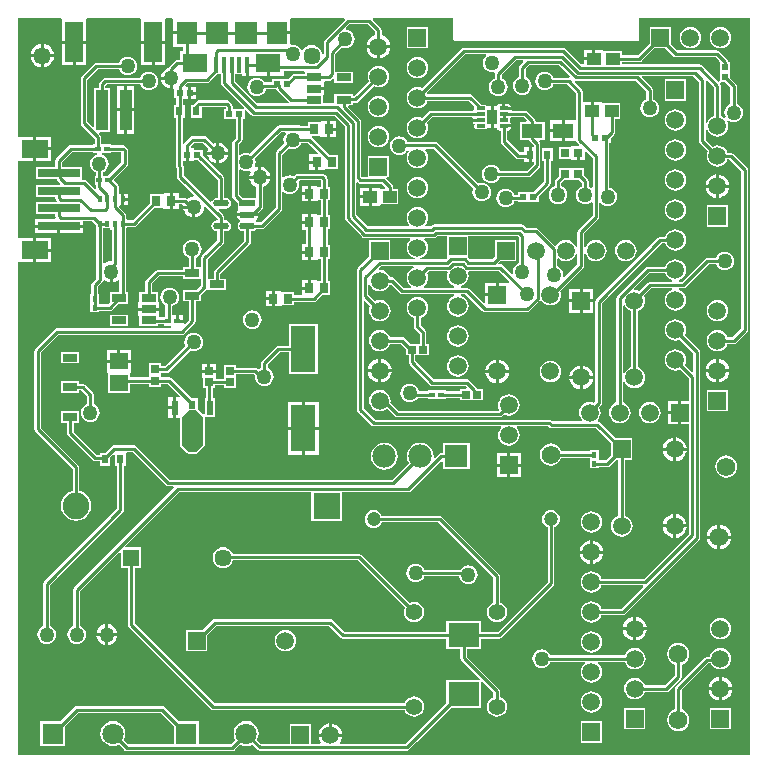
<source format=gbl>
G04*
G04 #@! TF.GenerationSoftware,Altium Limited,Altium Designer,20.0.2 (26)*
G04*
G04 Layer_Physical_Order=4*
G04 Layer_Color=16711680*
%FSLAX44Y44*%
%MOMM*%
G71*
G01*
G75*
%ADD15C,0.2540*%
%ADD26C,1.5700*%
%ADD35C,1.4500*%
%ADD36R,1.4500X1.4500*%
%ADD43R,1.5000X1.5000*%
%ADD44C,1.5000*%
%ADD45R,1.5000X1.5000*%
%ADD46R,1.5080X1.5080*%
%ADD47C,1.5080*%
%ADD48C,1.9650*%
%ADD49R,1.9650X1.9650*%
%ADD50C,1.2690*%
%ADD51C,1.4000*%
%ADD52C,1.2000*%
%ADD53C,2.2500*%
%ADD54R,2.2500X2.2500*%
%ADD55R,1.8000X1.8000*%
%ADD56C,1.8000*%
%ADD57C,1.2700*%
%ADD58R,1.8000X1.2300*%
%ADD59R,0.9000X1.3000*%
G04:AMPARAMS|DCode=60|XSize=0.76mm|YSize=0.27mm|CornerRadius=0.0338mm|HoleSize=0mm|Usage=FLASHONLY|Rotation=180.000|XOffset=0mm|YOffset=0mm|HoleType=Round|Shape=RoundedRectangle|*
%AMROUNDEDRECTD60*
21,1,0.7600,0.2025,0,0,180.0*
21,1,0.6925,0.2700,0,0,180.0*
1,1,0.0675,-0.3463,0.1013*
1,1,0.0675,0.3463,0.1013*
1,1,0.0675,0.3463,-0.1013*
1,1,0.0675,-0.3463,-0.1013*
%
%ADD60ROUNDEDRECTD60*%
%ADD61R,0.4500X0.5000*%
%ADD62R,0.5500X0.6000*%
%ADD63R,0.7581X0.8121*%
%ADD64R,0.5000X0.4500*%
%ADD65R,0.7154X0.6725*%
%ADD66R,1.5562X1.4546*%
%ADD67R,0.6725X0.7154*%
%ADD68R,0.7200X0.6900*%
%ADD69R,0.6000X1.3000*%
%ADD70R,0.6000X0.8000*%
%ADD71R,2.6500X2.0500*%
%ADD72R,0.6000X0.8000*%
%ADD73R,1.2000X0.7000*%
%ADD74R,0.6000X0.5500*%
%ADD75R,1.0000X3.5000*%
%ADD76R,1.5000X3.4000*%
%ADD77R,0.4000X1.3500*%
%ADD78R,2.1000X1.6000*%
%ADD79R,1.8000X1.9000*%
%ADD80R,1.9000X1.9000*%
G04:AMPARAMS|DCode=81|XSize=1.3383mm|YSize=0.578mm|CornerRadius=0.289mm|HoleSize=0mm|Usage=FLASHONLY|Rotation=180.000|XOffset=0mm|YOffset=0mm|HoleType=Round|Shape=RoundedRectangle|*
%AMROUNDEDRECTD81*
21,1,1.3383,0.0000,0,0,180.0*
21,1,0.7603,0.5780,0,0,180.0*
1,1,0.5780,-0.3802,0.0000*
1,1,0.5780,0.3802,0.0000*
1,1,0.5780,0.3802,0.0000*
1,1,0.5780,-0.3802,0.0000*
%
%ADD81ROUNDEDRECTD81*%
%ADD82R,1.3383X0.5780*%
%ADD83R,1.1581X1.0121*%
%ADD84R,1.2500X0.6500*%
%ADD85R,2.1500X4.0000*%
%ADD86R,0.7000X0.7000*%
%ADD87R,1.2000X0.6500*%
%ADD88R,0.3500X0.5000*%
%ADD89R,2.3000X1.5000*%
%ADD90R,3.6000X0.7000*%
G36*
X873760Y664210D02*
X254000D01*
X254000Y1081190D01*
X266520D01*
Y1091230D01*
Y1101270D01*
X254000D01*
Y1167190D01*
X266520D01*
Y1177230D01*
Y1187270D01*
X254000D01*
Y1287780D01*
X290313D01*
X291260Y1287000D01*
X291260Y1286510D01*
Y1268730D01*
X301300D01*
X311340D01*
Y1286510D01*
X311340Y1287000D01*
X312287Y1287780D01*
X357313D01*
X358260Y1287000D01*
X358260Y1286510D01*
Y1268730D01*
X368300D01*
X378340D01*
Y1286510D01*
X378340Y1287000D01*
X379287Y1287780D01*
X384070D01*
X385100Y1287200D01*
Y1276430D01*
X396640D01*
Y1273890D01*
X385100D01*
Y1263120D01*
X393795D01*
Y1260200D01*
X390600D01*
Y1252505D01*
X388600D01*
X387511Y1252288D01*
X386589Y1251671D01*
X381529Y1246611D01*
X380912Y1245689D01*
X380874Y1245498D01*
X379057Y1244745D01*
X377200Y1243320D01*
X375775Y1241463D01*
X374879Y1239301D01*
X374740Y1238250D01*
X383540D01*
Y1236980D01*
X384810D01*
Y1228180D01*
X384930Y1228196D01*
X386200Y1227160D01*
Y1220010D01*
X387645D01*
Y1214560D01*
X385740D01*
Y1203520D01*
X387415D01*
Y1162950D01*
X387632Y1161861D01*
X388249Y1160939D01*
X388315Y1160872D01*
Y1153634D01*
X388532Y1152545D01*
X389149Y1151622D01*
X402917Y1137854D01*
X402288Y1136687D01*
X400269Y1136421D01*
X398107Y1135525D01*
X396970Y1134653D01*
X396772Y1134851D01*
X395849Y1135468D01*
X394761Y1135685D01*
X389791D01*
Y1139441D01*
X384730D01*
Y1132840D01*
Y1126239D01*
X389791D01*
Y1129995D01*
X392695D01*
X393554Y1129030D01*
X402590D01*
Y1127760D01*
X403860D01*
Y1118960D01*
X404911Y1119099D01*
X407073Y1119995D01*
X408930Y1121420D01*
X410355Y1123277D01*
X411251Y1125439D01*
X411517Y1127458D01*
X412684Y1128087D01*
X422873Y1117898D01*
Y1116406D01*
X421916D01*
X420196Y1116064D01*
X418737Y1115089D01*
X417762Y1113631D01*
X417420Y1111910D01*
X417762Y1110189D01*
X418737Y1108731D01*
X420196Y1107756D01*
X421916Y1107414D01*
X422605D01*
Y1099728D01*
X409469Y1086591D01*
X408852Y1085669D01*
X408635Y1084580D01*
Y1076800D01*
X404165D01*
Y1084860D01*
X405289Y1085326D01*
X406933Y1086587D01*
X408194Y1088231D01*
X408987Y1090145D01*
X409258Y1092200D01*
X408987Y1094255D01*
X408194Y1096169D01*
X406933Y1097813D01*
X405289Y1099074D01*
X403374Y1099867D01*
X401320Y1100138D01*
X399266Y1099867D01*
X397351Y1099074D01*
X395707Y1097813D01*
X394446Y1096169D01*
X393653Y1094255D01*
X393382Y1092200D01*
X393653Y1090145D01*
X394446Y1088231D01*
X395707Y1086587D01*
X397351Y1085326D01*
X398475Y1084860D01*
Y1076800D01*
X393800D01*
Y1074875D01*
X372260D01*
X371171Y1074658D01*
X370249Y1074041D01*
X362279Y1066071D01*
X361662Y1065149D01*
X361445Y1064060D01*
Y1055570D01*
X356520D01*
Y1047190D01*
X355500D01*
Y1042670D01*
X364290D01*
X373080D01*
Y1047190D01*
X372060D01*
Y1055570D01*
X367135D01*
Y1062882D01*
X373438Y1069185D01*
X393800D01*
Y1067260D01*
X408635D01*
Y1061418D01*
X404817Y1057600D01*
X393800D01*
Y1048060D01*
X398475D01*
Y1032418D01*
X394773Y1028716D01*
X393600Y1029202D01*
Y1029970D01*
X388560D01*
Y1031240D01*
X387290D01*
Y1036030D01*
X384155D01*
Y1043870D01*
X384324Y1043893D01*
X386239Y1044686D01*
X387883Y1045947D01*
X389144Y1047591D01*
X389937Y1049505D01*
X390208Y1051560D01*
X389937Y1053615D01*
X389144Y1055529D01*
X387883Y1057173D01*
X386239Y1058434D01*
X384324Y1059227D01*
X382270Y1059498D01*
X380215Y1059227D01*
X378301Y1058434D01*
X376657Y1057173D01*
X375396Y1055529D01*
X374603Y1053615D01*
X374332Y1051560D01*
X374603Y1049505D01*
X375396Y1047591D01*
X376657Y1045947D01*
X378301Y1044686D01*
X378465Y1044617D01*
Y1035010D01*
X377040D01*
Y1034465D01*
X373381D01*
X373080Y1035610D01*
X373080D01*
Y1040130D01*
X364290D01*
X355500D01*
Y1035610D01*
X356520D01*
Y1027230D01*
X372060D01*
Y1028775D01*
X377040D01*
Y1027470D01*
X382902D01*
X383386Y1026465D01*
X382877Y1025195D01*
X287020D01*
X285931Y1024978D01*
X285009Y1024361D01*
X268499Y1007851D01*
X267882Y1006929D01*
X267665Y1005840D01*
Y939800D01*
X267882Y938711D01*
X268499Y937789D01*
X300095Y906192D01*
Y887536D01*
X299606Y887471D01*
X296500Y886184D01*
X293832Y884138D01*
X291786Y881470D01*
X290499Y878364D01*
X290060Y875030D01*
X290499Y871696D01*
X291786Y868590D01*
X293832Y865922D01*
X296500Y863876D01*
X299606Y862589D01*
X302940Y862150D01*
X306274Y862589D01*
X309380Y863876D01*
X312048Y865922D01*
X314095Y868590D01*
X315381Y871696D01*
X315820Y875030D01*
X315381Y878364D01*
X314095Y881470D01*
X312048Y884138D01*
X309380Y886184D01*
X306274Y887471D01*
X305785Y887536D01*
Y907370D01*
X305568Y908459D01*
X304951Y909381D01*
X273355Y940978D01*
Y1004662D01*
X288198Y1019505D01*
X392430D01*
X393519Y1019722D01*
X394441Y1020339D01*
X403331Y1029229D01*
X403948Y1030151D01*
X404165Y1031240D01*
Y1048060D01*
X408840D01*
Y1053577D01*
X413491Y1058229D01*
X413530Y1058286D01*
X414800Y1057901D01*
Y1057660D01*
X429840D01*
Y1067200D01*
X425165D01*
Y1071382D01*
X450054Y1096271D01*
X450670Y1097194D01*
X450887Y1098282D01*
Y1107414D01*
X451844D01*
X453564Y1107756D01*
X455023Y1108731D01*
X455247Y1109065D01*
X460484D01*
X461572Y1109282D01*
X462495Y1109899D01*
X476741Y1124145D01*
X477358Y1125068D01*
X477575Y1126156D01*
Y1140120D01*
X478845Y1140746D01*
X479901Y1139936D01*
X481815Y1139143D01*
X483870Y1138872D01*
X485924Y1139143D01*
X487839Y1139936D01*
X489483Y1141197D01*
X490744Y1142841D01*
X491537Y1144755D01*
X491808Y1146810D01*
X491537Y1148865D01*
X491462Y1149045D01*
X492311Y1150315D01*
X510155D01*
Y1145669D01*
X509257Y1144771D01*
X507689Y1144771D01*
X506791Y1145667D01*
Y1145791D01*
X501730D01*
Y1139190D01*
Y1132589D01*
X506791D01*
Y1132713D01*
X507689Y1133609D01*
X508061Y1133609D01*
X510155D01*
Y1121539D01*
X509257Y1120641D01*
X507689Y1120641D01*
X506791Y1121537D01*
Y1121661D01*
X501730D01*
Y1115060D01*
X500460D01*
Y1113790D01*
X494129D01*
Y1108459D01*
X497616D01*
Y1096261D01*
X494129D01*
Y1090930D01*
X500460D01*
Y1089660D01*
X501730D01*
Y1083059D01*
X506791D01*
Y1083183D01*
X507689Y1084079D01*
X508061Y1084079D01*
X510155D01*
Y1064761D01*
X507689D01*
X506791Y1065657D01*
Y1065781D01*
X501730D01*
Y1059180D01*
X500460D01*
Y1057910D01*
X494129D01*
Y1053135D01*
X487831D01*
Y1055871D01*
X477581D01*
X477209Y1055871D01*
X476311Y1056767D01*
Y1056891D01*
X471250D01*
Y1050290D01*
Y1043689D01*
X476311D01*
Y1043813D01*
X477209Y1044709D01*
X477581Y1044709D01*
X487831D01*
Y1047445D01*
X504380D01*
X505468Y1047662D01*
X506391Y1048279D01*
X511712Y1053599D01*
X518311D01*
Y1064761D01*
X515844D01*
Y1084079D01*
X518311D01*
Y1095241D01*
X515844D01*
Y1109479D01*
X518311D01*
Y1120641D01*
X515844D01*
Y1133609D01*
X518311D01*
Y1144771D01*
X515844D01*
Y1151672D01*
X515628Y1152761D01*
X515011Y1153683D01*
X513523Y1155171D01*
X512601Y1155788D01*
X511512Y1156005D01*
X490220D01*
X489131Y1155788D01*
X488209Y1155171D01*
X487049Y1154012D01*
X485924Y1154477D01*
X483870Y1154748D01*
X481815Y1154477D01*
X479901Y1153684D01*
X478845Y1152874D01*
X477575Y1153500D01*
Y1172052D01*
X483231Y1177708D01*
X484356Y1177243D01*
X486410Y1176972D01*
X488465Y1177243D01*
X490379Y1178036D01*
X492023Y1179297D01*
X493284Y1180941D01*
X493750Y1182065D01*
X499122D01*
X507553Y1173634D01*
X507067Y1172461D01*
X500479D01*
Y1167130D01*
X506810D01*
Y1165860D01*
X508080D01*
Y1159259D01*
X513141D01*
Y1159383D01*
X514039Y1160279D01*
X524661D01*
Y1171441D01*
X517792D01*
X502311Y1186921D01*
X502270Y1186949D01*
X502655Y1188219D01*
X509209D01*
X509581Y1188219D01*
X510479Y1187323D01*
Y1187199D01*
X515540D01*
Y1193800D01*
Y1200401D01*
X510479D01*
Y1200277D01*
X509581Y1199381D01*
X509209Y1199381D01*
X498959D01*
Y1196645D01*
X493200D01*
X493150Y1196678D01*
X492062Y1196895D01*
X475230D01*
X474141Y1196678D01*
X473218Y1196061D01*
X450219Y1173062D01*
X449095Y1173527D01*
X447040Y1173798D01*
X444986Y1173527D01*
X443071Y1172734D01*
X442015Y1171924D01*
X440745Y1172550D01*
Y1180754D01*
X443142Y1183151D01*
X443758Y1184073D01*
X443975Y1185162D01*
Y1202230D01*
X445650D01*
Y1209691D01*
X446920Y1210217D01*
X451379Y1205759D01*
X452301Y1205142D01*
X453390Y1204925D01*
X521400D01*
X530305Y1196020D01*
Y1118458D01*
X530522Y1117370D01*
X531139Y1116447D01*
X545077Y1102509D01*
X546000Y1101892D01*
X547088Y1101675D01*
X585611D01*
X586042Y1100406D01*
X585387Y1099903D01*
X583941Y1098019D01*
X583032Y1095825D01*
X582722Y1093470D01*
X583032Y1091115D01*
X583941Y1088921D01*
X585387Y1087037D01*
X587271Y1085591D01*
X589465Y1084682D01*
X589193Y1083485D01*
X569090D01*
Y1099950D01*
X551050D01*
Y1085933D01*
X541549Y1076431D01*
X540932Y1075509D01*
X540715Y1074420D01*
Y956352D01*
X540932Y955263D01*
X541549Y954341D01*
X552891Y942999D01*
X553813Y942382D01*
X554902Y942165D01*
X662263D01*
X662659Y940895D01*
X661411Y939269D01*
X660502Y937075D01*
X660192Y934720D01*
X660502Y932365D01*
X661411Y930171D01*
X662857Y928287D01*
X664741Y926841D01*
X666935Y925932D01*
X669290Y925622D01*
X671645Y925932D01*
X673839Y926841D01*
X675723Y928287D01*
X677169Y930171D01*
X678078Y932365D01*
X678388Y934720D01*
X678078Y937075D01*
X677169Y939269D01*
X675921Y940895D01*
X676317Y942165D01*
X702666D01*
X703362Y941469D01*
X704285Y940852D01*
X705374Y940636D01*
X743012D01*
X755840Y927807D01*
Y917733D01*
X751602Y913495D01*
X745450D01*
Y922170D01*
X737910D01*
Y921025D01*
X713826D01*
X713035Y922935D01*
X711533Y924893D01*
X709575Y926395D01*
X707296Y927339D01*
X704850Y927661D01*
X702404Y927339D01*
X700125Y926395D01*
X698167Y924893D01*
X696665Y922935D01*
X695721Y920656D01*
X695399Y918210D01*
X695721Y915764D01*
X696665Y913485D01*
X698167Y911527D01*
X700125Y910025D01*
X702404Y909081D01*
X704850Y908759D01*
X707296Y909081D01*
X709575Y910025D01*
X711533Y911527D01*
X713035Y913485D01*
X713801Y915335D01*
X737910D01*
Y906630D01*
X745450D01*
Y907805D01*
X752780D01*
X753869Y908022D01*
X754791Y908639D01*
X759863Y913710D01*
X762055D01*
Y866398D01*
X760331Y865684D01*
X758438Y864232D01*
X756986Y862339D01*
X756073Y860135D01*
X755762Y857770D01*
X756073Y855405D01*
X756986Y853201D01*
X758438Y851308D01*
X760331Y849856D01*
X762535Y848943D01*
X764900Y848632D01*
X767265Y848943D01*
X769469Y849856D01*
X771362Y851308D01*
X772814Y853201D01*
X773727Y855405D01*
X774038Y857770D01*
X773727Y860135D01*
X772814Y862339D01*
X771362Y864232D01*
X769469Y865684D01*
X767745Y866398D01*
Y913710D01*
X773960D01*
Y931830D01*
X759863D01*
X746201Y945491D01*
X745278Y946108D01*
X744889Y946186D01*
X744631Y946692D01*
X744476Y947563D01*
X745749Y949221D01*
X746658Y951415D01*
X746968Y953770D01*
X746658Y956125D01*
X745749Y958319D01*
X745722Y958354D01*
X747501Y960133D01*
X748118Y961056D01*
X748335Y962145D01*
Y1046572D01*
X798738Y1096975D01*
X801675D01*
X802381Y1095271D01*
X803827Y1093387D01*
X805711Y1091941D01*
X807905Y1091032D01*
X810260Y1090722D01*
X812615Y1091032D01*
X814809Y1091941D01*
X816693Y1093387D01*
X818139Y1095271D01*
X819048Y1097465D01*
X819358Y1099820D01*
X819048Y1102175D01*
X818139Y1104369D01*
X816693Y1106253D01*
X814809Y1107699D01*
X812615Y1108608D01*
X810260Y1108918D01*
X807905Y1108608D01*
X805711Y1107699D01*
X803827Y1106253D01*
X802381Y1104369D01*
X801675Y1102665D01*
X797560D01*
X796471Y1102448D01*
X795549Y1101831D01*
X743479Y1049761D01*
X742862Y1048839D01*
X742645Y1047750D01*
Y963323D01*
X741395Y962073D01*
X740225Y962558D01*
X737870Y962868D01*
X735515Y962558D01*
X733321Y961649D01*
X731437Y960203D01*
X729991Y958319D01*
X729082Y956125D01*
X728772Y953770D01*
X729082Y951415D01*
X729991Y949221D01*
X731239Y947595D01*
X730844Y946325D01*
X706552D01*
X705855Y947021D01*
X704932Y947638D01*
X703844Y947855D01*
X556080D01*
X546405Y957530D01*
Y1048113D01*
X547578Y1048599D01*
X551988Y1044189D01*
X551282Y1042485D01*
X550972Y1040130D01*
X551282Y1037775D01*
X552191Y1035581D01*
X553637Y1033697D01*
X555521Y1032251D01*
X557715Y1031342D01*
X560070Y1031032D01*
X562425Y1031342D01*
X564619Y1032251D01*
X566503Y1033697D01*
X567949Y1035581D01*
X568858Y1037775D01*
X569168Y1040130D01*
X568858Y1042485D01*
X567949Y1044679D01*
X566503Y1046563D01*
X564619Y1048009D01*
X562425Y1048918D01*
X560070Y1049228D01*
X557715Y1048918D01*
X556011Y1048212D01*
X550465Y1053758D01*
Y1061831D01*
X551735Y1062083D01*
X552191Y1060981D01*
X553637Y1059097D01*
X555521Y1057651D01*
X557715Y1056742D01*
X560070Y1056432D01*
X562425Y1056742D01*
X564619Y1057651D01*
X566503Y1059097D01*
X567949Y1060981D01*
X568245Y1061696D01*
X569743Y1061994D01*
X577109Y1054629D01*
X578031Y1054012D01*
X579120Y1053795D01*
X623014D01*
X623267Y1052525D01*
X621561Y1051819D01*
X619677Y1050373D01*
X618231Y1048489D01*
X617322Y1046295D01*
X617012Y1043940D01*
X617322Y1041585D01*
X618231Y1039391D01*
X619677Y1037507D01*
X621561Y1036061D01*
X623755Y1035152D01*
X626110Y1034842D01*
X628465Y1035152D01*
X630659Y1036061D01*
X632543Y1037507D01*
X633989Y1039391D01*
X634898Y1041585D01*
X635208Y1043940D01*
X634898Y1046295D01*
X633989Y1048489D01*
X632543Y1050373D01*
X630659Y1051819D01*
X628953Y1052525D01*
X629206Y1053795D01*
X632552D01*
X646959Y1039389D01*
X647881Y1038772D01*
X648970Y1038555D01*
X684756D01*
X685844Y1038772D01*
X686767Y1039389D01*
X695589Y1048211D01*
X695770Y1048299D01*
X697167Y1048241D01*
X698028Y1047118D01*
X699921Y1045666D01*
X702125Y1044753D01*
X704490Y1044442D01*
X706855Y1044753D01*
X709059Y1045666D01*
X710952Y1047118D01*
X712404Y1049011D01*
X713317Y1051215D01*
X713628Y1053580D01*
X713317Y1055945D01*
X712928Y1056885D01*
X732262Y1076219D01*
X732878Y1077141D01*
X733095Y1078230D01*
Y1087834D01*
X734365Y1088087D01*
X735071Y1086381D01*
X736517Y1084497D01*
X738401Y1083051D01*
X740595Y1082142D01*
X742950Y1081832D01*
X745305Y1082142D01*
X747499Y1083051D01*
X749383Y1084497D01*
X750829Y1086381D01*
X751738Y1088575D01*
X752048Y1090930D01*
X751738Y1093285D01*
X750829Y1095479D01*
X749383Y1097363D01*
X747499Y1098809D01*
X745305Y1099718D01*
X742950Y1100028D01*
X740595Y1099718D01*
X738401Y1098809D01*
X736517Y1097363D01*
X735071Y1095479D01*
X734365Y1093773D01*
X733095Y1094026D01*
Y1105329D01*
X745211Y1117445D01*
X745828Y1118368D01*
X746044Y1119457D01*
Y1130844D01*
X747315Y1131275D01*
X747497Y1131037D01*
X749141Y1129776D01*
X751056Y1128983D01*
X753110Y1128712D01*
X755164Y1128983D01*
X757079Y1129776D01*
X758723Y1131037D01*
X759984Y1132681D01*
X760777Y1134595D01*
X761048Y1136650D01*
X760777Y1138705D01*
X759984Y1140619D01*
X758723Y1142263D01*
X757079Y1143524D01*
X755164Y1144317D01*
X754270Y1144435D01*
Y1181910D01*
X755530D01*
Y1186427D01*
X758311Y1189209D01*
X758928Y1190131D01*
X759145Y1191220D01*
Y1202459D01*
X763611D01*
Y1215621D01*
X748989D01*
X748091Y1216517D01*
Y1216641D01*
X741030D01*
Y1209040D01*
X738490D01*
Y1216641D01*
X731825D01*
Y1225550D01*
X731608Y1226639D01*
X730991Y1227561D01*
X724936Y1233617D01*
X725562Y1234787D01*
X726126Y1234675D01*
X776792D01*
X785825Y1225642D01*
Y1218920D01*
X784701Y1218454D01*
X783057Y1217193D01*
X781796Y1215549D01*
X781003Y1213634D01*
X780732Y1211580D01*
X781003Y1209526D01*
X781796Y1207611D01*
X783057Y1205967D01*
X784701Y1204706D01*
X786616Y1203913D01*
X788670Y1203642D01*
X790724Y1203913D01*
X792639Y1204706D01*
X794283Y1205967D01*
X795544Y1207611D01*
X796337Y1209526D01*
X796608Y1211580D01*
X796337Y1213634D01*
X795544Y1215549D01*
X794283Y1217193D01*
X792639Y1218454D01*
X791515Y1218920D01*
Y1226820D01*
X791298Y1227909D01*
X790681Y1228831D01*
X781951Y1237561D01*
X782437Y1238735D01*
X825592D01*
X830275Y1234051D01*
Y1183640D01*
X830492Y1182551D01*
X831109Y1181629D01*
X837738Y1174999D01*
X837032Y1173295D01*
X836722Y1170940D01*
X837032Y1168585D01*
X837941Y1166391D01*
X839387Y1164507D01*
X841271Y1163061D01*
X843465Y1162152D01*
X845820Y1161842D01*
X848175Y1162152D01*
X850369Y1163061D01*
X852253Y1164507D01*
X853699Y1166391D01*
X854405Y1168095D01*
X856072D01*
X866085Y1158082D01*
Y1025048D01*
X858612Y1017575D01*
X854405D01*
X853699Y1019279D01*
X852253Y1021163D01*
X850369Y1022609D01*
X848175Y1023518D01*
X845820Y1023828D01*
X843465Y1023518D01*
X841271Y1022609D01*
X839387Y1021163D01*
X837941Y1019279D01*
X837032Y1017085D01*
X836722Y1014730D01*
X837032Y1012375D01*
X837941Y1010181D01*
X839387Y1008297D01*
X841271Y1006851D01*
X843465Y1005942D01*
X845820Y1005632D01*
X848175Y1005942D01*
X850369Y1006851D01*
X852253Y1008297D01*
X853699Y1010181D01*
X854405Y1011885D01*
X859790D01*
X860879Y1012102D01*
X861801Y1012719D01*
X870941Y1021859D01*
X871558Y1022781D01*
X871775Y1023870D01*
Y1159260D01*
X871558Y1160349D01*
X870941Y1161272D01*
X859261Y1172951D01*
X858339Y1173568D01*
X857250Y1173785D01*
X854405D01*
X853699Y1175489D01*
X852253Y1177373D01*
X850369Y1178819D01*
X848175Y1179728D01*
X845820Y1180038D01*
X843465Y1179728D01*
X841761Y1179022D01*
X835965Y1184818D01*
Y1193244D01*
X837235Y1193497D01*
X837941Y1191791D01*
X839387Y1189907D01*
X841271Y1188461D01*
X843465Y1187552D01*
X845820Y1187242D01*
X848175Y1187552D01*
X850369Y1188461D01*
X852253Y1189907D01*
X853699Y1191791D01*
X854608Y1193985D01*
X854918Y1196340D01*
X854608Y1198695D01*
X853699Y1200889D01*
X853635Y1200972D01*
X854541Y1201878D01*
X855821Y1200896D01*
X857736Y1200103D01*
X859790Y1199832D01*
X861844Y1200103D01*
X863759Y1200896D01*
X865403Y1202157D01*
X866664Y1203801D01*
X867457Y1205715D01*
X867728Y1207770D01*
X867457Y1209825D01*
X866664Y1211739D01*
X865403Y1213383D01*
X863759Y1214644D01*
X862635Y1215110D01*
Y1229940D01*
X862418Y1231029D01*
X861801Y1231951D01*
X856440Y1237313D01*
Y1241790D01*
Y1250830D01*
X855015D01*
Y1250950D01*
X854798Y1252039D01*
X854181Y1252961D01*
X847581Y1259561D01*
X846659Y1260178D01*
X845570Y1260395D01*
X811823D01*
X806580Y1265638D01*
Y1280290D01*
X788540D01*
Y1266273D01*
X778602Y1256335D01*
X764881D01*
Y1260071D01*
X750259D01*
X749361Y1260967D01*
Y1261091D01*
X742300D01*
Y1253490D01*
X741030D01*
Y1252220D01*
X732699D01*
Y1248484D01*
X730668D01*
X717300Y1261851D01*
X716378Y1262468D01*
X715289Y1262685D01*
X631190D01*
X630101Y1262468D01*
X629179Y1261851D01*
X595879Y1228552D01*
X594175Y1229258D01*
X591820Y1229568D01*
X589465Y1229258D01*
X587271Y1228349D01*
X585387Y1226903D01*
X583941Y1225019D01*
X583032Y1222825D01*
X582722Y1220470D01*
X583032Y1218115D01*
X583941Y1215921D01*
X585387Y1214037D01*
X587271Y1212591D01*
X589465Y1211682D01*
X591820Y1211372D01*
X594175Y1211682D01*
X596369Y1212591D01*
X598253Y1214037D01*
X599699Y1215921D01*
X600405Y1217625D01*
X635282D01*
X640167Y1212740D01*
X640114Y1212473D01*
Y1210447D01*
X639126Y1209305D01*
X603210D01*
X602121Y1209088D01*
X601199Y1208471D01*
X595879Y1203152D01*
X594175Y1203858D01*
X591820Y1204168D01*
X589465Y1203858D01*
X587271Y1202949D01*
X585387Y1201503D01*
X583941Y1199619D01*
X583032Y1197425D01*
X582722Y1195070D01*
X583032Y1192715D01*
X583941Y1190521D01*
X585387Y1188637D01*
X587271Y1187191D01*
X589465Y1186282D01*
X591820Y1185972D01*
X594175Y1186282D01*
X596369Y1187191D01*
X598253Y1188637D01*
X599699Y1190521D01*
X600608Y1192715D01*
X600918Y1195070D01*
X600608Y1197425D01*
X599902Y1199129D01*
X604388Y1203615D01*
X638006D01*
X638833Y1202730D01*
X645470D01*
Y1200190D01*
X639125D01*
X639297Y1199325D01*
X639933Y1198373D01*
X640251Y1198161D01*
X640114Y1197473D01*
Y1195447D01*
X640258Y1194723D01*
X640668Y1194108D01*
X641283Y1193698D01*
X642008Y1193554D01*
X648932D01*
X649657Y1193698D01*
X650272Y1194108D01*
X650682Y1194723D01*
X650721Y1194920D01*
X654050D01*
Y1203960D01*
Y1213000D01*
X650721D01*
X650682Y1213197D01*
X650272Y1213812D01*
X649657Y1214222D01*
X648932Y1214366D01*
X646587D01*
X638471Y1222481D01*
X637549Y1223098D01*
X636460Y1223315D01*
X600405D01*
X599902Y1224529D01*
X632368Y1256995D01*
X649840D01*
X650271Y1255725D01*
X649707Y1255293D01*
X648446Y1253649D01*
X647653Y1251734D01*
X647382Y1249680D01*
X647653Y1247626D01*
X648446Y1245711D01*
X649707Y1244067D01*
X651351Y1242806D01*
X653266Y1242013D01*
X655320Y1241742D01*
X656480Y1241895D01*
X657555Y1240790D01*
Y1236700D01*
X656431Y1236234D01*
X654787Y1234973D01*
X653526Y1233329D01*
X652733Y1231414D01*
X652462Y1229360D01*
X652733Y1227306D01*
X653526Y1225391D01*
X654787Y1223747D01*
X656431Y1222486D01*
X658345Y1221693D01*
X660400Y1221422D01*
X662455Y1221693D01*
X664369Y1222486D01*
X666013Y1223747D01*
X667274Y1225391D01*
X668067Y1227306D01*
X668338Y1229360D01*
X668067Y1231414D01*
X667274Y1233329D01*
X666013Y1234973D01*
X664369Y1236234D01*
X663245Y1236700D01*
Y1239612D01*
X675548Y1251915D01*
X681083D01*
X681569Y1250742D01*
X678709Y1247881D01*
X678092Y1246959D01*
X677875Y1245870D01*
Y1237970D01*
X676751Y1237504D01*
X675107Y1236243D01*
X673846Y1234599D01*
X673053Y1232684D01*
X672782Y1230630D01*
X673053Y1228576D01*
X673846Y1226661D01*
X675107Y1225017D01*
X676751Y1223756D01*
X678665Y1222963D01*
X680720Y1222692D01*
X682775Y1222963D01*
X684689Y1223756D01*
X686333Y1225017D01*
X687594Y1226661D01*
X688387Y1228576D01*
X688658Y1230630D01*
X688387Y1232684D01*
X687594Y1234599D01*
X686333Y1236243D01*
X684689Y1237504D01*
X683565Y1237970D01*
Y1244692D01*
X686728Y1247856D01*
X711768D01*
X721280Y1238343D01*
X720655Y1237172D01*
X720090Y1237285D01*
X707110D01*
X706644Y1238409D01*
X705383Y1240053D01*
X703739Y1241314D01*
X701824Y1242107D01*
X699770Y1242378D01*
X697716Y1242107D01*
X695801Y1241314D01*
X694157Y1240053D01*
X692896Y1238409D01*
X692103Y1236495D01*
X691832Y1234440D01*
X692103Y1232385D01*
X692896Y1230471D01*
X694157Y1228827D01*
X695801Y1227566D01*
X697716Y1226773D01*
X699770Y1226502D01*
X701824Y1226773D01*
X703739Y1227566D01*
X705383Y1228827D01*
X706644Y1230471D01*
X707110Y1231595D01*
X718912D01*
X726135Y1224372D01*
Y1201220D01*
X716680D01*
Y1192530D01*
Y1183840D01*
X726348D01*
X726352Y1183821D01*
X726969Y1182899D01*
X728914Y1180953D01*
X728428Y1179780D01*
X722090D01*
Y1178760D01*
X712110D01*
Y1168720D01*
X722090D01*
Y1167700D01*
X726860D01*
Y1173740D01*
X729400D01*
Y1167700D01*
X734170D01*
Y1174038D01*
X735343Y1174524D01*
X740355Y1169512D01*
Y1144610D01*
X739085Y1143984D01*
X738029Y1144794D01*
X736905Y1145260D01*
Y1149510D01*
X736688Y1150599D01*
X736071Y1151521D01*
X733150Y1154443D01*
Y1160460D01*
X723420D01*
X723110Y1160460D01*
X722150D01*
X721840Y1160460D01*
X712110D01*
Y1154443D01*
X708980Y1151313D01*
X708363Y1150390D01*
X708147Y1149301D01*
Y1145469D01*
X707022Y1145003D01*
X705378Y1143742D01*
X704117Y1142098D01*
X703324Y1140183D01*
X703053Y1138129D01*
X703324Y1136074D01*
X704117Y1134160D01*
X705378Y1132516D01*
X707022Y1131254D01*
X708937Y1130461D01*
X710991Y1130191D01*
X713046Y1130461D01*
X714960Y1131254D01*
X716604Y1132516D01*
X717866Y1134160D01*
X718659Y1136074D01*
X718929Y1138129D01*
X718659Y1140183D01*
X717866Y1142098D01*
X716604Y1143742D01*
X714960Y1145003D01*
X713836Y1145469D01*
Y1148123D01*
X716133Y1150420D01*
X721840D01*
X722150Y1150420D01*
X723110D01*
X723420Y1150420D01*
X729127D01*
X731215Y1148332D01*
Y1145260D01*
X730091Y1144794D01*
X728447Y1143533D01*
X727186Y1141889D01*
X726393Y1139975D01*
X726122Y1137920D01*
X726393Y1135865D01*
X727186Y1133951D01*
X728447Y1132307D01*
X730091Y1131046D01*
X732005Y1130253D01*
X734060Y1129982D01*
X736115Y1130253D01*
X738029Y1131046D01*
X739085Y1131856D01*
X740355Y1131230D01*
Y1120635D01*
X728239Y1108518D01*
X727622Y1107595D01*
X727405Y1106507D01*
Y1094026D01*
X726135Y1093773D01*
X725429Y1095479D01*
X723983Y1097363D01*
X722099Y1098809D01*
X719905Y1099718D01*
X717550Y1100028D01*
X715195Y1099718D01*
X713001Y1098809D01*
X711117Y1097363D01*
X709783Y1095625D01*
X709230Y1095363D01*
X708413Y1095200D01*
X694291Y1109322D01*
X693369Y1109938D01*
X692280Y1110155D01*
X683960D01*
X681873Y1112241D01*
X680950Y1112858D01*
X679862Y1113074D01*
X606040D01*
X604951Y1112858D01*
X604029Y1112241D01*
X603212Y1111425D01*
X598847D01*
X598451Y1112695D01*
X599699Y1114321D01*
X600608Y1116515D01*
X600918Y1118870D01*
X600608Y1121225D01*
X599699Y1123419D01*
X598253Y1125303D01*
X596369Y1126749D01*
X594175Y1127658D01*
X591820Y1127968D01*
X589465Y1127658D01*
X587271Y1126749D01*
X585387Y1125303D01*
X583941Y1123419D01*
X583032Y1121225D01*
X582722Y1118870D01*
X583032Y1116515D01*
X583941Y1114321D01*
X585189Y1112695D01*
X584794Y1111425D01*
X549948D01*
X540055Y1121318D01*
Y1148443D01*
X541228Y1148929D01*
X541631Y1148526D01*
X542554Y1147909D01*
X543642Y1147693D01*
X561514D01*
X564707Y1144501D01*
X564180Y1143231D01*
X561401D01*
X561029Y1143231D01*
X560131Y1144127D01*
Y1144251D01*
X553070D01*
Y1136650D01*
Y1129049D01*
X560131D01*
Y1129173D01*
X561029Y1130069D01*
X561401Y1130069D01*
X575651D01*
Y1143231D01*
X571185D01*
Y1144890D01*
X570968Y1145979D01*
X570351Y1146901D01*
X565493Y1151760D01*
X566019Y1153030D01*
X567820D01*
Y1171070D01*
X549780D01*
Y1153382D01*
X544821D01*
X544114Y1154088D01*
Y1200562D01*
X543898Y1201650D01*
X543281Y1202573D01*
X533204Y1212650D01*
X533731Y1213920D01*
X537160D01*
Y1216055D01*
X539450D01*
X540539Y1216272D01*
X541461Y1216889D01*
X554741Y1230168D01*
X556445Y1229462D01*
X558800Y1229152D01*
X561155Y1229462D01*
X563349Y1230371D01*
X565233Y1231817D01*
X566679Y1233701D01*
X567588Y1235895D01*
X567898Y1238250D01*
X567588Y1240605D01*
X566679Y1242799D01*
X565233Y1244683D01*
X563349Y1246129D01*
X561155Y1247038D01*
X558800Y1247348D01*
X556445Y1247038D01*
X554251Y1246129D01*
X552367Y1244683D01*
X550921Y1242799D01*
X550012Y1240605D01*
X549702Y1238250D01*
X550012Y1235895D01*
X550718Y1234191D01*
X538430Y1221903D01*
X537160Y1222126D01*
Y1223460D01*
X521620D01*
Y1215495D01*
X512160D01*
Y1222300D01*
X513180D01*
Y1226820D01*
X504390D01*
Y1229360D01*
X513180D01*
Y1233880D01*
X514133Y1234645D01*
X516672D01*
X517761Y1234862D01*
X518684Y1235479D01*
X520350Y1237145D01*
X521620Y1236619D01*
Y1232720D01*
X537160D01*
Y1242260D01*
X522275D01*
Y1257392D01*
X527681Y1262798D01*
X528806Y1262333D01*
X530860Y1262062D01*
X532915Y1262333D01*
X534829Y1263126D01*
X536473Y1264387D01*
X537734Y1266031D01*
X538527Y1267945D01*
X538798Y1270000D01*
X538527Y1272055D01*
X537734Y1273969D01*
X536473Y1275613D01*
X534829Y1276874D01*
X532915Y1277667D01*
X531594Y1277841D01*
X531139Y1279182D01*
X534352Y1282395D01*
X550002D01*
X555955Y1276442D01*
Y1273339D01*
X553737Y1272420D01*
X551639Y1270811D01*
X550030Y1268713D01*
X549018Y1266271D01*
X548841Y1264920D01*
X558800D01*
X568759D01*
X568582Y1266271D01*
X567570Y1268713D01*
X565961Y1270811D01*
X563863Y1272420D01*
X561645Y1273339D01*
Y1277620D01*
X561428Y1278709D01*
X560811Y1279631D01*
X553933Y1286510D01*
X554459Y1287780D01*
X622385D01*
Y1269770D01*
X622867Y1268607D01*
X624030Y1268125D01*
X778030D01*
X779193Y1268607D01*
X779675Y1269770D01*
Y1287780D01*
X873760D01*
X873760Y664210D01*
D02*
G37*
G36*
X530421Y1286510D02*
X513359Y1269447D01*
X512742Y1268524D01*
X512525Y1267436D01*
Y1257186D01*
X512312Y1257049D01*
X510948Y1257685D01*
X510864Y1258319D01*
X509981Y1260453D01*
X508575Y1262285D01*
X506743Y1263690D01*
X504609Y1264574D01*
X502320Y1264876D01*
X500031Y1264574D01*
X497897Y1263690D01*
X496065Y1262285D01*
X494879Y1260739D01*
X493869Y1260720D01*
X493454Y1260860D01*
X493284Y1261269D01*
X492023Y1262913D01*
X490379Y1264174D01*
X488465Y1264967D01*
X486410Y1265238D01*
X485450Y1265111D01*
X484180Y1266221D01*
Y1273890D01*
X472640D01*
Y1276430D01*
X484180D01*
Y1287200D01*
X485210Y1287780D01*
X529895D01*
X530421Y1286510D01*
D02*
G37*
G36*
X466910Y1239120D02*
X478680D01*
Y1243146D01*
X495717D01*
X496620Y1242260D01*
Y1240335D01*
X487610D01*
X486521Y1240118D01*
X485599Y1239501D01*
X482267Y1236170D01*
X468750D01*
Y1233475D01*
X462693D01*
X461543Y1234973D01*
X459899Y1236234D01*
X457985Y1237027D01*
X455930Y1237298D01*
X453876Y1237027D01*
X451961Y1236234D01*
X450317Y1234973D01*
X449056Y1233329D01*
X448263Y1231414D01*
X447992Y1229360D01*
X448263Y1227306D01*
X449056Y1225391D01*
X450317Y1223747D01*
X451961Y1222486D01*
X453876Y1221693D01*
X455930Y1221422D01*
X457985Y1221693D01*
X459899Y1222486D01*
X461543Y1223747D01*
X462804Y1225391D01*
X463597Y1227306D01*
X463661Y1227785D01*
X468750D01*
Y1227630D01*
X472543D01*
X472989Y1226963D01*
X483187Y1216765D01*
X483152Y1216400D01*
X482759Y1215495D01*
X456038D01*
X437485Y1234048D01*
Y1240140D01*
X443100D01*
Y1239120D01*
X446370D01*
Y1248410D01*
X448910D01*
Y1239120D01*
X452180D01*
Y1239120D01*
X452600Y1239120D01*
Y1239120D01*
X464370D01*
Y1249660D01*
X466910D01*
Y1239120D01*
D02*
G37*
G36*
X808634Y1255538D02*
X809557Y1254922D01*
X810645Y1254705D01*
X844392D01*
X847274Y1251823D01*
X847900Y1250830D01*
X847900D01*
X847900Y1250830D01*
Y1241790D01*
Y1234369D01*
X846630Y1233843D01*
X832822Y1247651D01*
X831899Y1248268D01*
X830811Y1248484D01*
X764881D01*
Y1250645D01*
X779780D01*
X780869Y1250862D01*
X781791Y1251479D01*
X792563Y1262250D01*
X801922D01*
X808634Y1255538D01*
D02*
G37*
G36*
X425295Y1233020D02*
X425512Y1231931D01*
X426129Y1231009D01*
X445097Y1212040D01*
X444571Y1210770D01*
X435475D01*
Y1213290D01*
X435258Y1214379D01*
X434641Y1215301D01*
X432541Y1217401D01*
X431619Y1218018D01*
X430530Y1218235D01*
X407206D01*
X406117Y1218018D01*
X405195Y1217401D01*
X402749Y1214955D01*
X402484Y1214560D01*
X400240D01*
Y1203520D01*
X409280D01*
Y1212545D01*
X429352D01*
X429785Y1212112D01*
Y1210770D01*
X428110D01*
Y1202230D01*
X438285D01*
Y1186340D01*
X435889Y1183943D01*
X435272Y1183021D01*
X435056Y1181932D01*
Y1137251D01*
X435272Y1136162D01*
X435889Y1135239D01*
X439831Y1131297D01*
Y1126500D01*
X439969D01*
X439986Y1126446D01*
X440263Y1125230D01*
X439126Y1123529D01*
X438957Y1122680D01*
X448042D01*
X457362D01*
X460481Y1125800D01*
X461098Y1126722D01*
X461315Y1127811D01*
Y1144716D01*
X462953Y1145395D01*
X464810Y1146820D01*
X466235Y1148677D01*
X467131Y1150839D01*
X467270Y1151890D01*
X449670D01*
X449809Y1150839D01*
X450705Y1148677D01*
X452130Y1146820D01*
X453987Y1145395D01*
X455625Y1144716D01*
Y1135320D01*
X443854D01*
X440745Y1138429D01*
Y1159170D01*
X442015Y1159796D01*
X443071Y1158986D01*
X444986Y1158193D01*
X447040Y1157922D01*
X449095Y1158193D01*
X449726Y1158454D01*
X450299Y1157979D01*
X450625Y1157452D01*
X449809Y1155481D01*
X449670Y1154430D01*
X457200D01*
Y1161960D01*
X456149Y1161821D01*
X455047Y1161365D01*
X454104Y1162349D01*
X454707Y1163805D01*
X454978Y1165860D01*
X454707Y1167915D01*
X454242Y1169039D01*
X476408Y1191205D01*
X479720D01*
X480346Y1189935D01*
X479536Y1188879D01*
X478743Y1186964D01*
X478472Y1184910D01*
X478743Y1182856D01*
X479208Y1181731D01*
X472719Y1175241D01*
X472102Y1174319D01*
X471885Y1173230D01*
Y1127334D01*
X459306Y1114755D01*
X455784D01*
X454897Y1115647D01*
X454985Y1116978D01*
X455758Y1117495D01*
X456959Y1119291D01*
X457127Y1120140D01*
X448042D01*
X438957D01*
X439126Y1119291D01*
X440326Y1117495D01*
X441351Y1116810D01*
Y1115283D01*
X441061Y1115089D01*
X440087Y1113631D01*
X439744Y1111910D01*
X440087Y1110189D01*
X441061Y1108731D01*
X442520Y1107756D01*
X444240Y1107414D01*
X445197D01*
Y1099460D01*
X420309Y1074571D01*
X419692Y1073649D01*
X419475Y1072560D01*
Y1067200D01*
X414800Y1067200D01*
X414325Y1068273D01*
Y1083402D01*
X427461Y1096538D01*
X428078Y1097461D01*
X428295Y1098550D01*
Y1107414D01*
X429519D01*
X431240Y1107756D01*
X432699Y1108731D01*
X433673Y1110189D01*
X434016Y1111910D01*
X433673Y1113631D01*
X432699Y1115089D01*
X431240Y1116064D01*
X429519Y1116406D01*
X428562D01*
Y1119076D01*
X428346Y1120165D01*
X427729Y1121087D01*
X423576Y1125240D01*
X424062Y1126414D01*
X429519D01*
X431240Y1126756D01*
X432699Y1127731D01*
X433673Y1129189D01*
X434016Y1130910D01*
X433673Y1132631D01*
X432699Y1134089D01*
X431240Y1135064D01*
X429519Y1135406D01*
X428562D01*
Y1152062D01*
X428346Y1153151D01*
X427729Y1154074D01*
X410090Y1171713D01*
Y1176480D01*
X402610D01*
Y1177500D01*
X399915D01*
Y1179264D01*
X402716Y1182065D01*
X410302D01*
X414928Y1177439D01*
X414249Y1175801D01*
X414110Y1174750D01*
X421640D01*
Y1182280D01*
X420589Y1182141D01*
X418951Y1181462D01*
X413491Y1186921D01*
X412569Y1187538D01*
X411480Y1187755D01*
X401538D01*
X400449Y1187538D01*
X399526Y1186921D01*
X395059Y1182454D01*
X394442Y1181531D01*
X394375Y1181192D01*
X393105Y1181317D01*
Y1203520D01*
X394780D01*
Y1214560D01*
X393335D01*
Y1217863D01*
X393680Y1218990D01*
X397950D01*
Y1224280D01*
Y1229570D01*
X395782D01*
X395296Y1230743D01*
X397418Y1232865D01*
X413690D01*
X414779Y1233082D01*
X415701Y1233699D01*
X422143Y1240140D01*
X425295D01*
Y1233020D01*
D02*
G37*
G36*
X856945Y1228762D02*
Y1215110D01*
X855821Y1214644D01*
X854177Y1213383D01*
X852916Y1211739D01*
X852123Y1209825D01*
X851852Y1207770D01*
X852123Y1205715D01*
X852916Y1203801D01*
X851905Y1203040D01*
X850369Y1204219D01*
X848665Y1204925D01*
Y1230630D01*
X848448Y1231719D01*
X848243Y1232025D01*
X848925Y1233290D01*
X852417D01*
X856945Y1228762D01*
D02*
G37*
G36*
X842975Y1229452D02*
Y1204925D01*
X841271Y1204219D01*
X839387Y1202773D01*
X837941Y1200889D01*
X837235Y1199183D01*
X835965Y1199436D01*
Y1234667D01*
X837235Y1235192D01*
X842975Y1229452D01*
D02*
G37*
G36*
X398340Y1166920D02*
X402610D01*
Y1167940D01*
X405817D01*
X422873Y1150884D01*
Y1135406D01*
X421916D01*
X420196Y1135064D01*
X418737Y1134089D01*
X417850Y1132762D01*
X417405Y1132522D01*
X416553Y1132264D01*
X394005Y1154812D01*
Y1162050D01*
X393788Y1163139D01*
X393171Y1164061D01*
X393105Y1164128D01*
Y1166920D01*
X395800D01*
Y1172210D01*
X398340D01*
Y1166920D01*
D02*
G37*
G36*
X617090Y1085720D02*
X617090Y1085720D01*
X617090D01*
X616958Y1084505D01*
X615938Y1083485D01*
X594447D01*
X594175Y1084682D01*
X596369Y1085591D01*
X598253Y1087037D01*
X599699Y1088921D01*
X600608Y1091115D01*
X600918Y1093470D01*
X600608Y1095825D01*
X599699Y1098019D01*
X598253Y1099903D01*
X597598Y1100406D01*
X598029Y1101675D01*
X606072D01*
X607160Y1101892D01*
X608083Y1102509D01*
X608900Y1103325D01*
X617090D01*
Y1085720D01*
D02*
G37*
G36*
X727405Y1087834D02*
Y1079408D01*
X716231Y1068234D01*
X716181Y1068247D01*
X715103Y1068902D01*
X715328Y1070610D01*
X715057Y1072664D01*
X714264Y1074579D01*
X713003Y1076223D01*
X711359Y1077484D01*
X710105Y1078004D01*
Y1083904D01*
X711375Y1084299D01*
X713001Y1083051D01*
X715195Y1082142D01*
X717550Y1081832D01*
X719905Y1082142D01*
X722099Y1083051D01*
X723983Y1084497D01*
X725429Y1086381D01*
X726135Y1088087D01*
X727405Y1087834D01*
D02*
G37*
G36*
X677875Y1102452D02*
Y1080490D01*
X676751Y1080024D01*
X675107Y1078763D01*
X673846Y1077119D01*
X673053Y1075204D01*
X672782Y1073150D01*
X673007Y1071442D01*
X671929Y1070787D01*
X671879Y1070774D01*
X664061Y1078592D01*
X663139Y1079208D01*
X662050Y1079425D01*
X660927D01*
X660441Y1080598D01*
X661753Y1081910D01*
X675770D01*
Y1099950D01*
X657730D01*
Y1085933D01*
X655282Y1083485D01*
X636282D01*
X635262Y1084505D01*
X635130Y1085720D01*
X635130Y1085720D01*
X635130Y1085720D01*
Y1103325D01*
X677002D01*
X677875Y1102452D01*
D02*
G37*
G36*
X617730Y1072680D02*
X617322Y1071695D01*
X617012Y1069340D01*
X617322Y1066985D01*
X618231Y1064791D01*
X619677Y1062907D01*
X621561Y1061461D01*
X623267Y1060755D01*
X623014Y1059485D01*
X597534D01*
X597103Y1060755D01*
X598253Y1061637D01*
X599699Y1063521D01*
X600608Y1065715D01*
X600918Y1068070D01*
X600608Y1070425D01*
X599902Y1072129D01*
X601508Y1073736D01*
X617025D01*
X617730Y1072680D01*
D02*
G37*
G36*
X588663Y1076525D02*
X587271Y1075949D01*
X585387Y1074503D01*
X583941Y1072619D01*
X583032Y1070425D01*
X582722Y1068070D01*
X583032Y1065715D01*
X583941Y1063521D01*
X585387Y1061637D01*
X586537Y1060755D01*
X586106Y1059485D01*
X580298D01*
X572241Y1067541D01*
X571319Y1068158D01*
X570230Y1068375D01*
X568655D01*
X567949Y1070079D01*
X566503Y1071963D01*
X564619Y1073409D01*
X562425Y1074318D01*
X560070Y1074628D01*
X559698Y1074579D01*
X559104Y1075782D01*
X561118Y1077795D01*
X588410D01*
X588663Y1076525D01*
D02*
G37*
G36*
X669753Y1064854D02*
X669151Y1063660D01*
X660760D01*
Y1053580D01*
X659490D01*
Y1052310D01*
X649410D01*
Y1046642D01*
X648237Y1046156D01*
X635741Y1058651D01*
X634819Y1059268D01*
X633730Y1059485D01*
X629206D01*
X628953Y1060755D01*
X630659Y1061461D01*
X632543Y1062907D01*
X633989Y1064791D01*
X634898Y1066985D01*
X635208Y1069340D01*
X634898Y1071695D01*
X634490Y1072680D01*
X635195Y1073736D01*
X660872D01*
X669753Y1064854D01*
D02*
G37*
%LPC*%
G36*
X600840Y1280290D02*
X582800D01*
Y1262250D01*
X600840D01*
Y1280290D01*
D02*
G37*
G36*
X848360Y1280368D02*
X846005Y1280058D01*
X843811Y1279149D01*
X841927Y1277703D01*
X840481Y1275819D01*
X839572Y1273625D01*
X839262Y1271270D01*
X839572Y1268915D01*
X840481Y1266721D01*
X841927Y1264837D01*
X843811Y1263391D01*
X846005Y1262482D01*
X848360Y1262172D01*
X850715Y1262482D01*
X852909Y1263391D01*
X854793Y1264837D01*
X856239Y1266721D01*
X857148Y1268915D01*
X857458Y1271270D01*
X857148Y1273625D01*
X856239Y1275819D01*
X854793Y1277703D01*
X852909Y1279149D01*
X850715Y1280058D01*
X848360Y1280368D01*
D02*
G37*
G36*
X822960D02*
X820605Y1280058D01*
X818411Y1279149D01*
X816527Y1277703D01*
X815081Y1275819D01*
X814172Y1273625D01*
X813862Y1271270D01*
X814172Y1268915D01*
X815081Y1266721D01*
X816527Y1264837D01*
X818411Y1263391D01*
X820605Y1262482D01*
X822960Y1262172D01*
X825315Y1262482D01*
X827509Y1263391D01*
X829393Y1264837D01*
X830839Y1266721D01*
X831748Y1268915D01*
X832058Y1271270D01*
X831748Y1273625D01*
X830839Y1275819D01*
X829393Y1277703D01*
X827509Y1279149D01*
X825315Y1280058D01*
X822960Y1280368D01*
D02*
G37*
G36*
X275590Y1265737D02*
Y1257300D01*
X284027D01*
X283858Y1258586D01*
X282871Y1260967D01*
X281302Y1263012D01*
X279257Y1264582D01*
X276876Y1265568D01*
X275590Y1265737D01*
D02*
G37*
G36*
X273050D02*
X271764Y1265568D01*
X269383Y1264582D01*
X267338Y1263012D01*
X265769Y1260967D01*
X264782Y1258586D01*
X264613Y1257300D01*
X273050D01*
Y1265737D01*
D02*
G37*
G36*
X739760Y1261091D02*
X732699D01*
Y1254760D01*
X739760D01*
Y1261091D01*
D02*
G37*
G36*
X568759Y1262380D02*
X560070D01*
Y1253691D01*
X561421Y1253868D01*
X563863Y1254880D01*
X565961Y1256489D01*
X567570Y1258587D01*
X568582Y1261029D01*
X568759Y1262380D01*
D02*
G37*
G36*
X557530D02*
X548841D01*
X549018Y1261029D01*
X550030Y1258587D01*
X551639Y1256489D01*
X553737Y1254880D01*
X556179Y1253868D01*
X557530Y1253691D01*
Y1262380D01*
D02*
G37*
G36*
X378340Y1266190D02*
X369570D01*
Y1247920D01*
X378340D01*
Y1266190D01*
D02*
G37*
G36*
X367030D02*
X358260D01*
Y1247920D01*
X367030D01*
Y1266190D01*
D02*
G37*
G36*
X311340D02*
X302570D01*
Y1247920D01*
X311340D01*
Y1266190D01*
D02*
G37*
G36*
X300030D02*
X291260D01*
Y1247920D01*
X300030D01*
Y1266190D01*
D02*
G37*
G36*
X284027Y1254760D02*
X275590D01*
Y1246323D01*
X276876Y1246492D01*
X279257Y1247478D01*
X281302Y1249048D01*
X282871Y1251093D01*
X283858Y1253474D01*
X284027Y1254760D01*
D02*
G37*
G36*
X273050D02*
X264613D01*
X264782Y1253474D01*
X265769Y1251093D01*
X267338Y1249048D01*
X269383Y1247478D01*
X271764Y1246492D01*
X273050Y1246323D01*
Y1254760D01*
D02*
G37*
G36*
X346710Y1255078D02*
X344655Y1254807D01*
X342741Y1254014D01*
X341097Y1252753D01*
X339836Y1251109D01*
X339370Y1249985D01*
X320040D01*
X318951Y1249768D01*
X318029Y1249151D01*
X307651Y1238773D01*
X307034Y1237851D01*
X306817Y1236762D01*
Y1198652D01*
X307034Y1197564D01*
X307651Y1196641D01*
X318525Y1185766D01*
Y1181060D01*
X317350D01*
Y1180135D01*
X298450D01*
X297361Y1179918D01*
X296439Y1179301D01*
X286279Y1169141D01*
X285662Y1168219D01*
X285445Y1167130D01*
Y1161750D01*
X268770D01*
Y1151710D01*
X286794D01*
X286932Y1151019D01*
X287549Y1150097D01*
X289722Y1147923D01*
X289236Y1146750D01*
X268770D01*
Y1136710D01*
X285445D01*
Y1135598D01*
X285662Y1134509D01*
X286279Y1133587D01*
X286845Y1133020D01*
X286319Y1131750D01*
X268770D01*
Y1121710D01*
X285445D01*
Y1120358D01*
X285662Y1119269D01*
X285815Y1119040D01*
X285136Y1117770D01*
X267750D01*
Y1113000D01*
X288290D01*
X308830D01*
Y1116025D01*
X316642D01*
X319720Y1112947D01*
Y1109680D01*
X320145D01*
Y1067118D01*
X316541Y1063513D01*
X315924Y1062591D01*
X315707Y1061502D01*
Y1056758D01*
X315924Y1055669D01*
X315925Y1055667D01*
Y1054250D01*
X315000D01*
Y1046210D01*
Y1038710D01*
X322540D01*
Y1039885D01*
X331220D01*
X332309Y1040102D01*
X333231Y1040719D01*
X338543Y1046030D01*
X347060D01*
Y1055570D01*
X345335D01*
Y1109680D01*
X345760D01*
Y1110855D01*
X352050D01*
X353139Y1111072D01*
X354061Y1111689D01*
X369632Y1127259D01*
X375859D01*
X376231Y1127259D01*
X377129Y1126363D01*
Y1126239D01*
X382190D01*
Y1132840D01*
Y1139441D01*
X377129D01*
Y1139317D01*
X376231Y1138421D01*
X375859Y1138421D01*
X365609D01*
Y1131282D01*
X350872Y1116545D01*
X345760D01*
Y1117720D01*
X345335D01*
Y1120940D01*
X345118Y1122029D01*
X344501Y1122952D01*
X339563Y1127890D01*
X340089Y1129160D01*
X341220D01*
Y1134200D01*
Y1139240D01*
X338835D01*
Y1145020D01*
X338618Y1146109D01*
X338001Y1147031D01*
X334288Y1150745D01*
X346181Y1162639D01*
X346798Y1163561D01*
X347015Y1164650D01*
Y1175802D01*
X346798Y1176891D01*
X346181Y1177813D01*
X344693Y1179301D01*
X343771Y1179918D01*
X342682Y1180135D01*
X332890D01*
Y1181060D01*
X324215D01*
Y1186944D01*
X323998Y1188033D01*
X323381Y1188956D01*
X322570Y1189767D01*
X323056Y1190940D01*
X331320D01*
Y1228980D01*
X327645D01*
Y1230402D01*
X328838Y1231595D01*
X357150D01*
X357616Y1230471D01*
X358877Y1228827D01*
X360521Y1227566D01*
X362435Y1226773D01*
X364490Y1226502D01*
X366544Y1226773D01*
X368459Y1227566D01*
X370103Y1228827D01*
X371364Y1230471D01*
X372157Y1232385D01*
X372428Y1234440D01*
X372157Y1236495D01*
X371364Y1238409D01*
X370103Y1240053D01*
X368459Y1241314D01*
X366544Y1242107D01*
X364490Y1242378D01*
X362435Y1242107D01*
X360521Y1241314D01*
X358877Y1240053D01*
X357616Y1238409D01*
X357150Y1237285D01*
X327660D01*
X326571Y1237068D01*
X325649Y1236451D01*
X322789Y1233591D01*
X322172Y1232669D01*
X321955Y1231580D01*
Y1228980D01*
X318280D01*
Y1195716D01*
X317107Y1195230D01*
X312507Y1199830D01*
Y1235584D01*
X321218Y1244295D01*
X339370D01*
X339836Y1243171D01*
X341097Y1241527D01*
X342741Y1240266D01*
X344655Y1239473D01*
X346710Y1239202D01*
X348764Y1239473D01*
X350679Y1240266D01*
X352323Y1241527D01*
X353584Y1243171D01*
X354377Y1245086D01*
X354648Y1247140D01*
X354377Y1249194D01*
X353584Y1251109D01*
X352323Y1252753D01*
X350679Y1254014D01*
X348764Y1254807D01*
X346710Y1255078D01*
D02*
G37*
G36*
X591820Y1254968D02*
X589465Y1254658D01*
X587271Y1253749D01*
X585387Y1252303D01*
X583941Y1250419D01*
X583032Y1248225D01*
X582722Y1245870D01*
X583032Y1243515D01*
X583941Y1241321D01*
X585387Y1239437D01*
X587271Y1237991D01*
X589465Y1237082D01*
X591820Y1236772D01*
X594175Y1237082D01*
X596369Y1237991D01*
X598253Y1239437D01*
X599699Y1241321D01*
X600608Y1243515D01*
X600918Y1245870D01*
X600608Y1248225D01*
X599699Y1250419D01*
X598253Y1252303D01*
X596369Y1253749D01*
X594175Y1254658D01*
X591820Y1254968D01*
D02*
G37*
G36*
X382270Y1235710D02*
X374740D01*
X374879Y1234659D01*
X375775Y1232497D01*
X377200Y1230640D01*
X379057Y1229215D01*
X381219Y1228319D01*
X382270Y1228180D01*
Y1235710D01*
D02*
G37*
G36*
X819280Y1235840D02*
X801240D01*
Y1217800D01*
X819280D01*
Y1235840D01*
D02*
G37*
G36*
X668633Y1215406D02*
X666440D01*
Y1212730D01*
X671515D01*
X671343Y1213595D01*
X670707Y1214547D01*
X669755Y1215183D01*
X668633Y1215406D01*
D02*
G37*
G36*
X352340Y1230000D02*
X346070D01*
Y1211230D01*
X352340D01*
Y1230000D01*
D02*
G37*
G36*
X343530D02*
X337260D01*
Y1211230D01*
X343530D01*
Y1230000D01*
D02*
G37*
G36*
X558800Y1221948D02*
X556445Y1221638D01*
X554251Y1220729D01*
X552367Y1219283D01*
X550921Y1217399D01*
X550012Y1215205D01*
X549702Y1212850D01*
X550012Y1210495D01*
X550921Y1208301D01*
X552367Y1206417D01*
X554251Y1204971D01*
X556445Y1204062D01*
X558800Y1203752D01*
X561155Y1204062D01*
X563349Y1204971D01*
X565233Y1206417D01*
X566679Y1208301D01*
X567588Y1210495D01*
X567898Y1212850D01*
X567588Y1215205D01*
X566679Y1217399D01*
X565233Y1219283D01*
X563349Y1220729D01*
X561155Y1221638D01*
X558800Y1221948D01*
D02*
G37*
G36*
X523141Y1200401D02*
X518080D01*
Y1195070D01*
X523141D01*
Y1200401D01*
D02*
G37*
G36*
X714140Y1201220D02*
X703870D01*
Y1193800D01*
X714140D01*
Y1201220D01*
D02*
G37*
G36*
X810260Y1210518D02*
X807905Y1210208D01*
X805711Y1209299D01*
X803827Y1207853D01*
X802381Y1205969D01*
X801472Y1203775D01*
X801162Y1201420D01*
X801472Y1199065D01*
X802381Y1196871D01*
X803827Y1194987D01*
X805711Y1193541D01*
X807905Y1192632D01*
X810260Y1192322D01*
X812615Y1192632D01*
X814809Y1193541D01*
X816693Y1194987D01*
X818139Y1196871D01*
X819048Y1199065D01*
X819358Y1201420D01*
X819048Y1203775D01*
X818139Y1205969D01*
X816693Y1207853D01*
X814809Y1209299D01*
X812615Y1210208D01*
X810260Y1210518D01*
D02*
G37*
G36*
X352340Y1208690D02*
X346070D01*
Y1189920D01*
X352340D01*
Y1208690D01*
D02*
G37*
G36*
X343530D02*
X337260D01*
Y1189920D01*
X343530D01*
Y1208690D01*
D02*
G37*
G36*
X523141Y1192530D02*
X518080D01*
Y1187199D01*
X523141D01*
Y1192530D01*
D02*
G37*
G36*
X714140Y1191260D02*
X703870D01*
Y1183840D01*
X714140D01*
Y1191260D01*
D02*
G37*
G36*
X281830Y1187270D02*
X269060D01*
Y1178500D01*
X281830D01*
Y1187270D01*
D02*
G37*
G36*
X558800Y1196548D02*
X556445Y1196238D01*
X554251Y1195329D01*
X552367Y1193883D01*
X550921Y1191999D01*
X550012Y1189805D01*
X549702Y1187450D01*
X550012Y1185095D01*
X550921Y1182901D01*
X552367Y1181017D01*
X554251Y1179571D01*
X556445Y1178662D01*
X558800Y1178352D01*
X561155Y1178662D01*
X563349Y1179571D01*
X565233Y1181017D01*
X566679Y1182901D01*
X567588Y1185095D01*
X567898Y1187450D01*
X567588Y1189805D01*
X566679Y1191999D01*
X565233Y1193883D01*
X563349Y1195329D01*
X561155Y1196238D01*
X558800Y1196548D01*
D02*
G37*
G36*
X281830Y1175960D02*
X269060D01*
Y1167190D01*
X281830D01*
Y1175960D01*
D02*
G37*
G36*
X810260Y1185118D02*
X807905Y1184808D01*
X805711Y1183899D01*
X803827Y1182453D01*
X802381Y1180569D01*
X801472Y1178375D01*
X801162Y1176020D01*
X801472Y1173665D01*
X802381Y1171471D01*
X803827Y1169587D01*
X805711Y1168141D01*
X807905Y1167232D01*
X810260Y1166922D01*
X812615Y1167232D01*
X814809Y1168141D01*
X816693Y1169587D01*
X818139Y1171471D01*
X819048Y1173665D01*
X819358Y1176020D01*
X819048Y1178375D01*
X818139Y1180569D01*
X816693Y1182453D01*
X814809Y1183899D01*
X812615Y1184808D01*
X810260Y1185118D01*
D02*
G37*
G36*
X505540Y1164590D02*
X500479D01*
Y1159259D01*
X505540D01*
Y1164590D01*
D02*
G37*
G36*
X663900Y1215406D02*
X661708D01*
X660585Y1215183D01*
X659633Y1214547D01*
X658997Y1213595D01*
X658879Y1213000D01*
X656590D01*
Y1203960D01*
Y1194920D01*
X658879D01*
X658997Y1194325D01*
X659633Y1193373D01*
X660585Y1192737D01*
X661708Y1192514D01*
X662325D01*
Y1183220D01*
X662542Y1182131D01*
X663159Y1181208D01*
X675169Y1169199D01*
X676091Y1168582D01*
X677180Y1168365D01*
X681900D01*
Y1165670D01*
X686170D01*
Y1172210D01*
Y1178750D01*
X681900D01*
Y1174055D01*
X678358D01*
X668015Y1184398D01*
Y1192514D01*
X668633D01*
X669755Y1192737D01*
X670707Y1193373D01*
X671343Y1194325D01*
X671515Y1195190D01*
X665170D01*
Y1197730D01*
X671515D01*
X671343Y1198595D01*
X670707Y1199547D01*
X670389Y1199759D01*
X670526Y1200447D01*
Y1202473D01*
X671514Y1203615D01*
X682122D01*
X684364Y1201373D01*
X683878Y1200200D01*
X678690D01*
Y1184860D01*
X686455D01*
X686582Y1184221D01*
X687199Y1183299D01*
X690385Y1180112D01*
Y1178750D01*
X688710D01*
Y1172210D01*
Y1165670D01*
X690385D01*
Y1164308D01*
X684622Y1158545D01*
X661850D01*
X661385Y1159669D01*
X660123Y1161313D01*
X658479Y1162574D01*
X656565Y1163367D01*
X654510Y1163638D01*
X652456Y1163367D01*
X650541Y1162574D01*
X648897Y1161313D01*
X647636Y1159669D01*
X646843Y1157755D01*
X646572Y1155700D01*
X646843Y1153645D01*
X647636Y1151731D01*
X648897Y1150087D01*
X650541Y1148826D01*
X652456Y1148033D01*
X654510Y1147762D01*
X656565Y1148033D01*
X658479Y1148826D01*
X660123Y1150087D01*
X661385Y1151731D01*
X661850Y1152855D01*
X685800D01*
X686889Y1153072D01*
X687811Y1153689D01*
X695241Y1161118D01*
X695858Y1162041D01*
X696075Y1163130D01*
Y1181290D01*
X695858Y1182379D01*
X695241Y1183301D01*
X694856Y1183687D01*
X695342Y1184860D01*
X699730D01*
Y1200200D01*
X692055D01*
Y1200550D01*
X691838Y1201639D01*
X691221Y1202561D01*
X685311Y1208471D01*
X684389Y1209088D01*
X683300Y1209305D01*
X672634D01*
X671807Y1210190D01*
X665170D01*
Y1211460D01*
X663900D01*
Y1215406D01*
D02*
G37*
G36*
X847090Y1155499D02*
Y1146810D01*
X855779D01*
X855602Y1148161D01*
X854590Y1150603D01*
X852981Y1152701D01*
X850883Y1154310D01*
X848441Y1155322D01*
X847090Y1155499D01*
D02*
G37*
G36*
X844550D02*
X843199Y1155322D01*
X840757Y1154310D01*
X838659Y1152701D01*
X837050Y1150603D01*
X836038Y1148161D01*
X835861Y1146810D01*
X844550D01*
Y1155499D01*
D02*
G37*
G36*
X810260Y1159718D02*
X807905Y1159408D01*
X805711Y1158499D01*
X803827Y1157053D01*
X802381Y1155169D01*
X801472Y1152975D01*
X801162Y1150620D01*
X801472Y1148265D01*
X802381Y1146071D01*
X803827Y1144187D01*
X805711Y1142741D01*
X807905Y1141832D01*
X810260Y1141522D01*
X812615Y1141832D01*
X814809Y1142741D01*
X816693Y1144187D01*
X818139Y1146071D01*
X819048Y1148265D01*
X819358Y1150620D01*
X819048Y1152975D01*
X818139Y1155169D01*
X816693Y1157053D01*
X814809Y1158499D01*
X812615Y1159408D01*
X810260Y1159718D01*
D02*
G37*
G36*
X499190Y1145791D02*
X494129D01*
Y1140460D01*
X499190D01*
Y1145791D01*
D02*
G37*
G36*
X706460Y1177730D02*
X697420D01*
Y1166690D01*
X699095D01*
Y1149468D01*
X690547Y1140920D01*
X677030D01*
Y1138225D01*
X674090D01*
X673624Y1139349D01*
X672363Y1140993D01*
X670719Y1142254D01*
X668804Y1143047D01*
X666750Y1143318D01*
X664696Y1143047D01*
X662781Y1142254D01*
X661137Y1140993D01*
X659876Y1139349D01*
X659083Y1137434D01*
X658812Y1135380D01*
X659083Y1133326D01*
X659876Y1131411D01*
X661137Y1129767D01*
X662781Y1128506D01*
X664696Y1127713D01*
X666750Y1127442D01*
X668804Y1127713D01*
X670719Y1128506D01*
X672363Y1129767D01*
X673624Y1131411D01*
X674090Y1132535D01*
X677030D01*
Y1132380D01*
X694570D01*
Y1136897D01*
X703951Y1146279D01*
X704568Y1147201D01*
X704785Y1148290D01*
Y1166690D01*
X706460D01*
Y1177730D01*
D02*
G37*
G36*
X550530Y1144251D02*
X543469D01*
Y1137920D01*
X550530D01*
Y1144251D01*
D02*
G37*
G36*
X855779Y1144270D02*
X847090D01*
Y1135581D01*
X848441Y1135758D01*
X850883Y1136770D01*
X852981Y1138379D01*
X854590Y1140477D01*
X855602Y1142919D01*
X855779Y1144270D01*
D02*
G37*
G36*
X844550D02*
X835861D01*
X836038Y1142919D01*
X837050Y1140477D01*
X838659Y1138379D01*
X840757Y1136770D01*
X843199Y1135758D01*
X844550Y1135581D01*
Y1144270D01*
D02*
G37*
G36*
X346780Y1139240D02*
X343760D01*
Y1135470D01*
X346780D01*
Y1139240D01*
D02*
G37*
G36*
X591820Y1153368D02*
X589465Y1153058D01*
X587271Y1152149D01*
X585387Y1150703D01*
X583941Y1148819D01*
X583032Y1146625D01*
X582722Y1144270D01*
X583032Y1141915D01*
X583941Y1139721D01*
X585387Y1137837D01*
X587271Y1136391D01*
X589465Y1135482D01*
X591820Y1135172D01*
X594175Y1135482D01*
X596369Y1136391D01*
X598253Y1137837D01*
X599699Y1139721D01*
X600608Y1141915D01*
X600918Y1144270D01*
X600608Y1146625D01*
X599699Y1148819D01*
X598253Y1150703D01*
X596369Y1152149D01*
X594175Y1153058D01*
X591820Y1153368D01*
D02*
G37*
G36*
X499190Y1137920D02*
X494129D01*
Y1132589D01*
X499190D01*
Y1137920D01*
D02*
G37*
G36*
X576580Y1187768D02*
X574525Y1187497D01*
X572611Y1186704D01*
X570967Y1185443D01*
X569706Y1183799D01*
X568913Y1181885D01*
X568642Y1179830D01*
X568913Y1177775D01*
X569706Y1175861D01*
X570967Y1174217D01*
X572611Y1172956D01*
X574525Y1172163D01*
X576580Y1171892D01*
X578634Y1172163D01*
X580549Y1172956D01*
X582193Y1174217D01*
X583454Y1175861D01*
X583683Y1176412D01*
X584011Y1176397D01*
X584616Y1175098D01*
X583941Y1174219D01*
X583032Y1172025D01*
X582722Y1169670D01*
X583032Y1167315D01*
X583941Y1165121D01*
X585387Y1163237D01*
X587271Y1161791D01*
X589465Y1160882D01*
X591820Y1160572D01*
X594175Y1160882D01*
X596369Y1161791D01*
X598253Y1163237D01*
X599699Y1165121D01*
X600608Y1167315D01*
X600918Y1169670D01*
X600608Y1172025D01*
X599699Y1174219D01*
X598451Y1175845D01*
X598847Y1177115D01*
X605752D01*
X639228Y1143639D01*
X638763Y1142514D01*
X638492Y1140460D01*
X638763Y1138406D01*
X639556Y1136491D01*
X640817Y1134847D01*
X642461Y1133586D01*
X644376Y1132793D01*
X646430Y1132522D01*
X648484Y1132793D01*
X650399Y1133586D01*
X652043Y1134847D01*
X653304Y1136491D01*
X654097Y1138406D01*
X654368Y1140460D01*
X654097Y1142514D01*
X653304Y1144429D01*
X652043Y1146073D01*
X650399Y1147334D01*
X648484Y1148127D01*
X646430Y1148398D01*
X644376Y1148127D01*
X643251Y1147662D01*
X608941Y1181971D01*
X608019Y1182588D01*
X606930Y1182804D01*
X583866D01*
X583454Y1183799D01*
X582193Y1185443D01*
X580549Y1186704D01*
X578634Y1187497D01*
X576580Y1187768D01*
D02*
G37*
G36*
X346780Y1132930D02*
X343760D01*
Y1129160D01*
X346780D01*
Y1132930D01*
D02*
G37*
G36*
X550530Y1135380D02*
X543469D01*
Y1129049D01*
X550530D01*
Y1135380D01*
D02*
G37*
G36*
X401320Y1126490D02*
X393791D01*
X393929Y1125439D01*
X394825Y1123277D01*
X396250Y1121420D01*
X398107Y1119995D01*
X400269Y1119099D01*
X401320Y1118960D01*
Y1126490D01*
D02*
G37*
G36*
X499190Y1121661D02*
X494129D01*
Y1116330D01*
X499190D01*
Y1121661D01*
D02*
G37*
G36*
X810260Y1134318D02*
X807905Y1134008D01*
X805711Y1133099D01*
X803827Y1131653D01*
X802381Y1129769D01*
X801472Y1127575D01*
X801162Y1125220D01*
X801472Y1122865D01*
X802381Y1120671D01*
X803827Y1118787D01*
X805711Y1117341D01*
X807905Y1116432D01*
X810260Y1116122D01*
X812615Y1116432D01*
X814809Y1117341D01*
X816693Y1118787D01*
X818139Y1120671D01*
X819048Y1122865D01*
X819358Y1125220D01*
X819048Y1127575D01*
X818139Y1129769D01*
X816693Y1131653D01*
X814809Y1133099D01*
X812615Y1134008D01*
X810260Y1134318D01*
D02*
G37*
G36*
X854840Y1129160D02*
X836800D01*
Y1111120D01*
X854840D01*
Y1129160D01*
D02*
G37*
G36*
X308830Y1110460D02*
X289560D01*
Y1105690D01*
X308830D01*
Y1110460D01*
D02*
G37*
G36*
X287020D02*
X267750D01*
Y1105690D01*
X287020D01*
Y1110460D01*
D02*
G37*
G36*
X281830Y1101270D02*
X269060D01*
Y1092500D01*
X281830D01*
Y1101270D01*
D02*
G37*
G36*
X499190Y1088390D02*
X494129D01*
Y1083059D01*
X499190D01*
Y1088390D01*
D02*
G37*
G36*
X768350Y1100028D02*
X765995Y1099718D01*
X763801Y1098809D01*
X761917Y1097363D01*
X760471Y1095479D01*
X759562Y1093285D01*
X759252Y1090930D01*
X759562Y1088575D01*
X760471Y1086381D01*
X761917Y1084497D01*
X763801Y1083051D01*
X765995Y1082142D01*
X768350Y1081832D01*
X770705Y1082142D01*
X772899Y1083051D01*
X774783Y1084497D01*
X776229Y1086381D01*
X777138Y1088575D01*
X777448Y1090930D01*
X777138Y1093285D01*
X776229Y1095479D01*
X774783Y1097363D01*
X772899Y1098809D01*
X770705Y1099718D01*
X768350Y1100028D01*
D02*
G37*
G36*
X281830Y1089960D02*
X269060D01*
Y1081190D01*
X281830D01*
Y1089960D01*
D02*
G37*
G36*
X852170Y1089978D02*
X850116Y1089707D01*
X848201Y1088914D01*
X846557Y1087653D01*
X845296Y1086009D01*
X844830Y1084885D01*
X837460D01*
X836372Y1084668D01*
X835449Y1084051D01*
X815962Y1064565D01*
X813356D01*
X813103Y1065835D01*
X814809Y1066541D01*
X816693Y1067987D01*
X818139Y1069871D01*
X819048Y1072065D01*
X819358Y1074420D01*
X819048Y1076775D01*
X818139Y1078969D01*
X816693Y1080853D01*
X814809Y1082299D01*
X812615Y1083208D01*
X810260Y1083518D01*
X807905Y1083208D01*
X805711Y1082299D01*
X803827Y1080853D01*
X802381Y1078969D01*
X801675Y1077265D01*
X786921D01*
X785833Y1077048D01*
X784910Y1076431D01*
X761259Y1052780D01*
X760642Y1051857D01*
X760425Y1050769D01*
Y962355D01*
X758721Y961649D01*
X756837Y960203D01*
X755391Y958319D01*
X754482Y956125D01*
X754172Y953770D01*
X754482Y951415D01*
X755391Y949221D01*
X756837Y947337D01*
X758721Y945891D01*
X760915Y944982D01*
X763270Y944672D01*
X765625Y944982D01*
X767819Y945891D01*
X769703Y947337D01*
X771149Y949221D01*
X772058Y951415D01*
X772368Y953770D01*
X772058Y956125D01*
X771149Y958319D01*
X769703Y960203D01*
X767819Y961649D01*
X766115Y962355D01*
Y979430D01*
X767385Y979683D01*
X767696Y978931D01*
X769148Y977038D01*
X771041Y975586D01*
X773245Y974673D01*
X775610Y974362D01*
X777975Y974673D01*
X780179Y975586D01*
X782072Y977038D01*
X783524Y978931D01*
X784437Y981135D01*
X784748Y983500D01*
X784437Y985865D01*
X783524Y988069D01*
X782072Y989962D01*
X780179Y991414D01*
X778455Y992128D01*
Y1039872D01*
X780179Y1040586D01*
X782072Y1042038D01*
X783524Y1043931D01*
X784437Y1046135D01*
X784748Y1048500D01*
X784437Y1050865D01*
X783722Y1052590D01*
X790008Y1058875D01*
X807164D01*
X807417Y1057605D01*
X805711Y1056899D01*
X803827Y1055453D01*
X802381Y1053569D01*
X801472Y1051375D01*
X801162Y1049020D01*
X801472Y1046665D01*
X802381Y1044471D01*
X803827Y1042587D01*
X805711Y1041141D01*
X807905Y1040232D01*
X810260Y1039922D01*
X812615Y1040232D01*
X814809Y1041141D01*
X816693Y1042587D01*
X818139Y1044471D01*
X819048Y1046665D01*
X819358Y1049020D01*
X819048Y1051375D01*
X818139Y1053569D01*
X816693Y1055453D01*
X814809Y1056899D01*
X813103Y1057605D01*
X813356Y1058875D01*
X817140D01*
X818229Y1059092D01*
X819152Y1059709D01*
X838639Y1079195D01*
X844830D01*
X845296Y1078071D01*
X846557Y1076427D01*
X848201Y1075166D01*
X850116Y1074373D01*
X852170Y1074102D01*
X854224Y1074373D01*
X856139Y1075166D01*
X857783Y1076427D01*
X859044Y1078071D01*
X859837Y1079986D01*
X860108Y1082040D01*
X859837Y1084094D01*
X859044Y1086009D01*
X857783Y1087653D01*
X856139Y1088914D01*
X854224Y1089707D01*
X852170Y1089978D01*
D02*
G37*
G36*
X499190Y1065781D02*
X494129D01*
Y1060450D01*
X499190D01*
Y1065781D01*
D02*
G37*
G36*
X468710Y1056891D02*
X463649D01*
Y1051560D01*
X468710D01*
Y1056891D01*
D02*
G37*
G36*
X740690Y1058580D02*
X731880D01*
Y1049770D01*
X740690D01*
Y1058580D01*
D02*
G37*
G36*
X729340D02*
X720530D01*
Y1049770D01*
X729340D01*
Y1058580D01*
D02*
G37*
G36*
X468710Y1049020D02*
X463649D01*
Y1043689D01*
X468710D01*
Y1049020D01*
D02*
G37*
G36*
X740690Y1047230D02*
X731880D01*
Y1038420D01*
X740690D01*
Y1047230D01*
D02*
G37*
G36*
X729340D02*
X720530D01*
Y1038420D01*
X729340D01*
Y1047230D01*
D02*
G37*
G36*
X393600Y1036030D02*
X389830D01*
Y1032510D01*
X393600D01*
Y1036030D01*
D02*
G37*
G36*
X845820Y1049228D02*
X843465Y1048918D01*
X841271Y1048009D01*
X839387Y1046563D01*
X837941Y1044679D01*
X837032Y1042485D01*
X836722Y1040130D01*
X837032Y1037775D01*
X837941Y1035581D01*
X839387Y1033697D01*
X841271Y1032251D01*
X843465Y1031342D01*
X845820Y1031032D01*
X848175Y1031342D01*
X850369Y1032251D01*
X852253Y1033697D01*
X853699Y1035581D01*
X854608Y1037775D01*
X854918Y1040130D01*
X854608Y1042485D01*
X853699Y1044679D01*
X852253Y1046563D01*
X850369Y1048009D01*
X848175Y1048918D01*
X845820Y1049228D01*
D02*
G37*
G36*
X347060Y1036770D02*
X331520D01*
Y1027230D01*
X347060D01*
Y1036770D01*
D02*
G37*
G36*
X452120Y1040448D02*
X450065Y1040177D01*
X448151Y1039384D01*
X446507Y1038123D01*
X445246Y1036479D01*
X444453Y1034565D01*
X444182Y1032510D01*
X444453Y1030455D01*
X445246Y1028541D01*
X446507Y1026897D01*
X448151Y1025636D01*
X450065Y1024843D01*
X452120Y1024572D01*
X454174Y1024843D01*
X456089Y1025636D01*
X457733Y1026897D01*
X458994Y1028541D01*
X459787Y1030455D01*
X460058Y1032510D01*
X459787Y1034565D01*
X458994Y1036479D01*
X457733Y1038123D01*
X456089Y1039384D01*
X454174Y1040177D01*
X452120Y1040448D01*
D02*
G37*
G36*
X591820Y1051768D02*
X589465Y1051458D01*
X587271Y1050549D01*
X585387Y1049103D01*
X583941Y1047219D01*
X583032Y1045025D01*
X582722Y1042670D01*
X583032Y1040315D01*
X583941Y1038121D01*
X585387Y1036237D01*
X587271Y1034791D01*
X588975Y1034085D01*
Y1026643D01*
X589192Y1025555D01*
X589809Y1024632D01*
X593761Y1020679D01*
Y1011992D01*
X585961D01*
X581211Y1016741D01*
X580289Y1017358D01*
X579200Y1017575D01*
X568655D01*
X567949Y1019279D01*
X566503Y1021163D01*
X564619Y1022609D01*
X562425Y1023518D01*
X560070Y1023828D01*
X557715Y1023518D01*
X555521Y1022609D01*
X553637Y1021163D01*
X552191Y1019279D01*
X551282Y1017085D01*
X550972Y1014730D01*
X551282Y1012375D01*
X552191Y1010181D01*
X553637Y1008297D01*
X555521Y1006851D01*
X557715Y1005942D01*
X560070Y1005632D01*
X562425Y1005942D01*
X564619Y1006851D01*
X566503Y1008297D01*
X567949Y1010181D01*
X568655Y1011885D01*
X578022D01*
X581938Y1007969D01*
Y1002228D01*
X584404D01*
Y996441D01*
X584621Y995353D01*
X585237Y994430D01*
X602509Y977159D01*
X603431Y976542D01*
X604520Y976325D01*
X632301D01*
X633561Y975066D01*
X633074Y973892D01*
X627658D01*
Y971855D01*
X616100D01*
Y972780D01*
X600560D01*
Y971855D01*
X593200D01*
X593137Y972335D01*
X592344Y974249D01*
X591083Y975893D01*
X589439Y977154D01*
X587524Y977947D01*
X585470Y978218D01*
X583415Y977947D01*
X581501Y977154D01*
X579857Y975893D01*
X578596Y974249D01*
X577803Y972335D01*
X577532Y970280D01*
X577803Y968225D01*
X578596Y966311D01*
X579857Y964667D01*
X581501Y963406D01*
X583415Y962613D01*
X585470Y962342D01*
X587524Y962613D01*
X589439Y963406D01*
X591083Y964667D01*
X592233Y966165D01*
X600560D01*
Y965240D01*
X616100D01*
Y966165D01*
X627658D01*
Y964128D01*
X647422D01*
Y973892D01*
X642531D01*
X642030Y974642D01*
X635490Y981181D01*
X634568Y981798D01*
X633479Y982015D01*
X605698D01*
X590093Y997619D01*
Y1002228D01*
X601702D01*
Y1011992D01*
X599450D01*
Y1021858D01*
X599234Y1022946D01*
X598617Y1023869D01*
X594665Y1027821D01*
Y1034085D01*
X596369Y1034791D01*
X598253Y1036237D01*
X599699Y1038121D01*
X600608Y1040315D01*
X600918Y1042670D01*
X600608Y1045025D01*
X599699Y1047219D01*
X598253Y1049103D01*
X596369Y1050549D01*
X594175Y1051458D01*
X591820Y1051768D01*
D02*
G37*
G36*
X626110Y1027638D02*
X623755Y1027328D01*
X621561Y1026419D01*
X619677Y1024973D01*
X618231Y1023089D01*
X617322Y1020895D01*
X617012Y1018540D01*
X617322Y1016185D01*
X618231Y1013991D01*
X619677Y1012107D01*
X621561Y1010661D01*
X623755Y1009752D01*
X626110Y1009442D01*
X628465Y1009752D01*
X630659Y1010661D01*
X632543Y1012107D01*
X633989Y1013991D01*
X634898Y1016185D01*
X635208Y1018540D01*
X634898Y1020895D01*
X633989Y1023089D01*
X632543Y1024973D01*
X630659Y1026419D01*
X628465Y1027328D01*
X626110Y1027638D01*
D02*
G37*
G36*
X507570Y1029110D02*
X483030D01*
Y1010435D01*
X474190D01*
X473101Y1010218D01*
X472179Y1009601D01*
X460269Y997691D01*
X459652Y996769D01*
X459435Y995680D01*
Y991590D01*
X458311Y991124D01*
X457388Y990416D01*
X456757Y991047D01*
X455834Y991664D01*
X454745Y991880D01*
X437952D01*
Y994132D01*
X428188D01*
Y982402D01*
X422510D01*
X421430Y982860D01*
Y987580D01*
X415290D01*
X409150D01*
Y982860D01*
X410170D01*
Y974680D01*
X412960D01*
Y965860D01*
X411800D01*
Y952983D01*
X410530Y952457D01*
X405840Y957147D01*
Y965860D01*
X400823D01*
X383937Y982746D01*
X383014Y983362D01*
X381926Y983579D01*
X374452D01*
Y987461D01*
X379436D01*
X380524Y987678D01*
X381447Y988294D01*
X399411Y1006258D01*
X400536Y1005793D01*
X402590Y1005522D01*
X404645Y1005793D01*
X406559Y1006586D01*
X408203Y1007847D01*
X409464Y1009491D01*
X410257Y1011405D01*
X410528Y1013460D01*
X410257Y1015515D01*
X409464Y1017429D01*
X408203Y1019073D01*
X406559Y1020334D01*
X404645Y1021127D01*
X402590Y1021398D01*
X400536Y1021127D01*
X398621Y1020334D01*
X396977Y1019073D01*
X395716Y1017429D01*
X394923Y1015515D01*
X394652Y1013460D01*
X394923Y1011405D01*
X395388Y1010281D01*
X378257Y993150D01*
X374452D01*
Y995402D01*
X364688D01*
Y983579D01*
X348391D01*
Y987505D01*
X349411D01*
Y996048D01*
X339090D01*
X328769D01*
Y987505D01*
X329789D01*
Y970009D01*
X348391D01*
Y977890D01*
X364688D01*
Y975638D01*
X374452D01*
Y977890D01*
X380747D01*
X390584Y968053D01*
X390098Y966880D01*
X387590D01*
Y957840D01*
Y948800D01*
X390675D01*
Y926340D01*
X391157Y925177D01*
X397157Y919177D01*
X398320Y918695D01*
X404320D01*
X405483Y919177D01*
X411483Y925177D01*
X411965Y926340D01*
Y949537D01*
X411965Y949820D01*
X412541Y949820D01*
X420840D01*
Y965860D01*
X418650D01*
Y974680D01*
X420410D01*
Y976713D01*
X428188D01*
Y974368D01*
X437952D01*
Y986191D01*
X453567D01*
X454478Y985280D01*
X454342Y984250D01*
X454613Y982196D01*
X455406Y980281D01*
X456667Y978637D01*
X458311Y977376D01*
X460225Y976583D01*
X462280Y976312D01*
X464334Y976583D01*
X466249Y977376D01*
X467893Y978637D01*
X469154Y980281D01*
X469947Y982196D01*
X470218Y984250D01*
X469947Y986304D01*
X469154Y988219D01*
X467893Y989863D01*
X466249Y991124D01*
X465125Y991590D01*
Y994502D01*
X475368Y1004745D01*
X483030D01*
Y986070D01*
X507570D01*
Y1029110D01*
D02*
G37*
G36*
X349411Y1007131D02*
X340360D01*
Y998588D01*
X349411D01*
Y1007131D01*
D02*
G37*
G36*
X337820D02*
X328769D01*
Y998588D01*
X337820D01*
Y1007131D01*
D02*
G37*
G36*
X305450Y1005380D02*
X290410D01*
Y995340D01*
X305450D01*
Y1005380D01*
D02*
G37*
G36*
X847090Y999289D02*
Y990600D01*
X855779D01*
X855602Y991951D01*
X854590Y994393D01*
X852981Y996491D01*
X850883Y998100D01*
X848441Y999112D01*
X847090Y999289D01*
D02*
G37*
G36*
X561340D02*
Y990600D01*
X570029D01*
X569852Y991951D01*
X568840Y994393D01*
X567231Y996491D01*
X565133Y998100D01*
X562691Y999112D01*
X561340Y999289D01*
D02*
G37*
G36*
X558800D02*
X557449Y999112D01*
X555007Y998100D01*
X552909Y996491D01*
X551300Y994393D01*
X550288Y991951D01*
X550111Y990600D01*
X558800D01*
Y999289D01*
D02*
G37*
G36*
X844550D02*
X843199Y999112D01*
X840757Y998100D01*
X838659Y996491D01*
X837050Y994393D01*
X836038Y991951D01*
X835861Y990600D01*
X844550D01*
Y999289D01*
D02*
G37*
G36*
X421430Y994840D02*
X416560D01*
Y990120D01*
X421430D01*
Y994840D01*
D02*
G37*
G36*
X414020D02*
X409150D01*
Y990120D01*
X414020D01*
Y994840D01*
D02*
G37*
G36*
X660760Y998580D02*
Y989850D01*
X669490D01*
X669311Y991211D01*
X668295Y993663D01*
X666679Y995769D01*
X664574Y997385D01*
X662121Y998400D01*
X660760Y998580D01*
D02*
G37*
G36*
X658220Y998580D02*
X656859Y998400D01*
X654407Y997385D01*
X652301Y995769D01*
X650685Y993663D01*
X649669Y991211D01*
X649490Y989850D01*
X658220D01*
Y998580D01*
D02*
G37*
G36*
X810260Y1032718D02*
X807905Y1032408D01*
X805711Y1031499D01*
X803827Y1030053D01*
X802381Y1028169D01*
X801472Y1025975D01*
X801162Y1023620D01*
X801472Y1021265D01*
X802381Y1019071D01*
X803827Y1017187D01*
X805711Y1015741D01*
X807905Y1014832D01*
X810260Y1014522D01*
X812615Y1014832D01*
X814319Y1015538D01*
X825575Y1004282D01*
Y988587D01*
X824402Y988101D01*
X818342Y994161D01*
X819048Y995865D01*
X819358Y998220D01*
X819048Y1000575D01*
X818139Y1002769D01*
X816693Y1004653D01*
X814809Y1006099D01*
X812615Y1007008D01*
X810260Y1007318D01*
X807905Y1007008D01*
X805711Y1006099D01*
X803827Y1004653D01*
X802381Y1002769D01*
X801472Y1000575D01*
X801162Y998220D01*
X801472Y995865D01*
X802381Y993671D01*
X803827Y991787D01*
X805711Y990341D01*
X807905Y989432D01*
X810260Y989122D01*
X812615Y989432D01*
X814319Y990138D01*
X821515Y982942D01*
Y963810D01*
X815340D01*
Y953770D01*
Y943730D01*
X821515D01*
Y850938D01*
X783682Y813105D01*
X747725D01*
X747019Y814809D01*
X745573Y816693D01*
X743689Y818139D01*
X741495Y819048D01*
X739140Y819358D01*
X736785Y819048D01*
X734591Y818139D01*
X732707Y816693D01*
X731261Y814809D01*
X730352Y812615D01*
X730042Y810260D01*
X730352Y807905D01*
X731261Y805711D01*
X732707Y803827D01*
X734591Y802381D01*
X736785Y801472D01*
X739140Y801162D01*
X741495Y801472D01*
X743689Y802381D01*
X745573Y803827D01*
X747019Y805711D01*
X747725Y807415D01*
X782683D01*
X783169Y806242D01*
X764632Y787705D01*
X747725D01*
X747019Y789409D01*
X745573Y791293D01*
X743689Y792739D01*
X741495Y793648D01*
X739140Y793958D01*
X736785Y793648D01*
X734591Y792739D01*
X732707Y791293D01*
X731261Y789409D01*
X730352Y787215D01*
X730042Y784860D01*
X730352Y782505D01*
X731261Y780311D01*
X732707Y778427D01*
X734591Y776981D01*
X736785Y776072D01*
X739140Y775762D01*
X741495Y776072D01*
X743689Y776981D01*
X745573Y778427D01*
X747019Y780311D01*
X747725Y782015D01*
X765810D01*
X766899Y782232D01*
X767821Y782849D01*
X830431Y845459D01*
X831048Y846381D01*
X831264Y847470D01*
Y1005460D01*
X831048Y1006549D01*
X830431Y1007472D01*
X818342Y1019561D01*
X819048Y1021265D01*
X819358Y1023620D01*
X819048Y1025975D01*
X818139Y1028169D01*
X816693Y1030053D01*
X814809Y1031499D01*
X812615Y1032408D01*
X810260Y1032718D01*
D02*
G37*
G36*
X731880Y993500D02*
Y984770D01*
X740610D01*
X740431Y986131D01*
X739415Y988584D01*
X737799Y990689D01*
X735694Y992305D01*
X733241Y993320D01*
X731880Y993500D01*
D02*
G37*
G36*
X729340Y993500D02*
X727979Y993320D01*
X725527Y992305D01*
X723421Y990689D01*
X721805Y988584D01*
X720789Y986131D01*
X720610Y984770D01*
X729340D01*
Y993500D01*
D02*
G37*
G36*
X626110Y1002238D02*
X623755Y1001928D01*
X621561Y1001019D01*
X619677Y999573D01*
X618231Y997689D01*
X617322Y995495D01*
X617012Y993140D01*
X617322Y990785D01*
X618231Y988591D01*
X619677Y986707D01*
X621561Y985261D01*
X623755Y984352D01*
X626110Y984042D01*
X628465Y984352D01*
X630659Y985261D01*
X632543Y986707D01*
X633989Y988591D01*
X634898Y990785D01*
X635208Y993140D01*
X634898Y995495D01*
X633989Y997689D01*
X632543Y999573D01*
X630659Y1001019D01*
X628465Y1001928D01*
X626110Y1002238D01*
D02*
G37*
G36*
X704490Y997718D02*
X702125Y997407D01*
X699921Y996494D01*
X698028Y995042D01*
X696576Y993149D01*
X695663Y990945D01*
X695352Y988580D01*
X695663Y986215D01*
X696576Y984011D01*
X698028Y982118D01*
X699921Y980666D01*
X702125Y979753D01*
X704490Y979442D01*
X706855Y979753D01*
X709059Y980666D01*
X710952Y982118D01*
X712404Y984011D01*
X713317Y986215D01*
X713628Y988580D01*
X713317Y990945D01*
X712404Y993149D01*
X710952Y995042D01*
X709059Y996494D01*
X706855Y997407D01*
X704490Y997718D01*
D02*
G37*
G36*
X855779Y988060D02*
X847090D01*
Y979371D01*
X848441Y979548D01*
X850883Y980560D01*
X852981Y982169D01*
X854590Y984267D01*
X855602Y986709D01*
X855779Y988060D01*
D02*
G37*
G36*
X570029D02*
X561340D01*
Y979371D01*
X562691Y979548D01*
X565133Y980560D01*
X567231Y982169D01*
X568840Y984267D01*
X569852Y986709D01*
X570029Y988060D01*
D02*
G37*
G36*
X558800D02*
X550111D01*
X550288Y986709D01*
X551300Y984267D01*
X552909Y982169D01*
X555007Y980560D01*
X557449Y979548D01*
X558800Y979371D01*
Y988060D01*
D02*
G37*
G36*
X844550D02*
X835861D01*
X836038Y986709D01*
X837050Y984267D01*
X838659Y982169D01*
X840757Y980560D01*
X843199Y979548D01*
X844550Y979371D01*
Y988060D01*
D02*
G37*
G36*
X658220Y987310D02*
X649490D01*
X649669Y985949D01*
X650685Y983496D01*
X652301Y981391D01*
X654407Y979775D01*
X656859Y978760D01*
X658220Y978580D01*
Y987310D01*
D02*
G37*
G36*
X669490D02*
X660760D01*
Y978580D01*
X662121Y978760D01*
X664574Y979775D01*
X666679Y981391D01*
X668295Y983496D01*
X669311Y985949D01*
X669490Y987310D01*
D02*
G37*
G36*
X729340Y982230D02*
X720610D01*
X720789Y980869D01*
X721805Y978417D01*
X723421Y976311D01*
X725527Y974695D01*
X727979Y973680D01*
X729340Y973500D01*
Y982230D01*
D02*
G37*
G36*
X740610D02*
X731880D01*
Y973500D01*
X733241Y973680D01*
X735694Y974695D01*
X737799Y976311D01*
X739415Y978417D01*
X740431Y980869D01*
X740610Y982230D01*
D02*
G37*
G36*
X385050Y966880D02*
X380780D01*
Y959110D01*
X385050D01*
Y966880D01*
D02*
G37*
G36*
X812800Y963810D02*
X804030D01*
Y955040D01*
X812800D01*
Y963810D01*
D02*
G37*
G36*
X854840Y972950D02*
X836800D01*
Y954910D01*
X854840D01*
Y972950D01*
D02*
G37*
G36*
X560070Y973028D02*
X557715Y972718D01*
X555521Y971809D01*
X553637Y970363D01*
X552191Y968479D01*
X551282Y966285D01*
X550972Y963930D01*
X551282Y961575D01*
X552191Y959381D01*
X553637Y957497D01*
X555521Y956051D01*
X557715Y955142D01*
X560070Y954832D01*
X562425Y955142D01*
X564619Y956051D01*
X566135Y957214D01*
X572860Y950489D01*
X573783Y949872D01*
X574872Y949655D01*
X661670D01*
X662759Y949872D01*
X663681Y950489D01*
X665231Y952038D01*
X666935Y951332D01*
X669290Y951022D01*
X671645Y951332D01*
X673839Y952241D01*
X675723Y953687D01*
X677169Y955571D01*
X678078Y957765D01*
X678388Y960120D01*
X678078Y962475D01*
X677169Y964669D01*
X675723Y966553D01*
X673839Y967999D01*
X671645Y968908D01*
X669290Y969218D01*
X666935Y968908D01*
X664741Y967999D01*
X662857Y966553D01*
X661411Y964669D01*
X660502Y962475D01*
X660192Y960120D01*
X660502Y957765D01*
X661080Y956371D01*
X660265Y955345D01*
X576050D01*
X568970Y962425D01*
X569168Y963930D01*
X568858Y966285D01*
X567949Y968479D01*
X566503Y970363D01*
X564619Y971809D01*
X562425Y972718D01*
X560070Y973028D01*
D02*
G37*
G36*
X385050Y956570D02*
X380780D01*
Y948800D01*
X385050D01*
Y956570D01*
D02*
G37*
G36*
X305450Y980380D02*
X290410D01*
Y970340D01*
X305450D01*
Y972515D01*
X307432D01*
X312115Y967832D01*
Y961110D01*
X310991Y960644D01*
X309347Y959383D01*
X308086Y957739D01*
X307293Y955825D01*
X307022Y953770D01*
X307293Y951715D01*
X308086Y949801D01*
X309347Y948157D01*
X310991Y946896D01*
X312906Y946103D01*
X314960Y945832D01*
X317015Y946103D01*
X318929Y946896D01*
X320573Y948157D01*
X321834Y949801D01*
X322627Y951715D01*
X322898Y953770D01*
X322627Y955825D01*
X321834Y957739D01*
X320573Y959383D01*
X318929Y960644D01*
X317805Y961110D01*
Y969010D01*
X317588Y970099D01*
X316971Y971021D01*
X310621Y977371D01*
X309699Y977988D01*
X308610Y978205D01*
X305450D01*
Y980380D01*
D02*
G37*
G36*
X788670Y962868D02*
X786315Y962558D01*
X784121Y961649D01*
X782237Y960203D01*
X780791Y958319D01*
X779882Y956125D01*
X779572Y953770D01*
X779882Y951415D01*
X780791Y949221D01*
X782237Y947337D01*
X784121Y945891D01*
X786315Y944982D01*
X788670Y944672D01*
X791025Y944982D01*
X793219Y945891D01*
X795103Y947337D01*
X796549Y949221D01*
X797458Y951415D01*
X797768Y953770D01*
X797458Y956125D01*
X796549Y958319D01*
X795103Y960203D01*
X793219Y961649D01*
X791025Y962558D01*
X788670Y962868D01*
D02*
G37*
G36*
X812800Y952500D02*
X804030D01*
Y943730D01*
X812800D01*
Y952500D01*
D02*
G37*
G36*
X508590Y963130D02*
X496570D01*
Y941860D01*
X508590D01*
Y963130D01*
D02*
G37*
G36*
X494030D02*
X482010D01*
Y941860D01*
X494030D01*
Y963130D01*
D02*
G37*
G36*
X811170Y932770D02*
Y924040D01*
X819900D01*
X819721Y925401D01*
X818705Y927853D01*
X817089Y929959D01*
X814984Y931575D01*
X812531Y932590D01*
X811170Y932770D01*
D02*
G37*
G36*
X808630Y932770D02*
X807269Y932590D01*
X804817Y931575D01*
X802711Y929959D01*
X801095Y927853D01*
X800079Y925401D01*
X799900Y924040D01*
X808630D01*
Y932770D01*
D02*
G37*
G36*
X508590Y939320D02*
X496570D01*
Y918050D01*
X508590D01*
Y939320D01*
D02*
G37*
G36*
X494030D02*
X482010D01*
Y918050D01*
X494030D01*
Y939320D01*
D02*
G37*
G36*
X819900Y921500D02*
X811170D01*
Y912770D01*
X812531Y912950D01*
X814984Y913965D01*
X817089Y915581D01*
X818705Y917686D01*
X819721Y920139D01*
X819900Y921500D01*
D02*
G37*
G36*
X808630D02*
X799900D01*
X800079Y920139D01*
X801095Y917686D01*
X802711Y915581D01*
X804817Y913965D01*
X807269Y912950D01*
X808630Y912770D01*
Y921500D01*
D02*
G37*
G36*
X679330Y919360D02*
X670560D01*
Y910590D01*
X679330D01*
Y919360D01*
D02*
G37*
G36*
X668020D02*
X659250D01*
Y910590D01*
X668020D01*
Y919360D01*
D02*
G37*
G36*
X305450Y955380D02*
X290410D01*
Y945340D01*
X295085D01*
Y936510D01*
X295302Y935421D01*
X295919Y934499D01*
X317029Y913389D01*
X317951Y912772D01*
X319040Y912555D01*
X322990D01*
Y908880D01*
X332030D01*
Y915897D01*
X334817Y918684D01*
X335990Y918198D01*
Y908880D01*
X337665D01*
Y872482D01*
X276119Y810935D01*
X275502Y810012D01*
X275285Y808923D01*
Y773145D01*
X274164Y772680D01*
X272521Y771419D01*
X271260Y769776D01*
X270467Y767863D01*
X270197Y765810D01*
X270467Y763757D01*
X271260Y761844D01*
X272521Y760201D01*
X274164Y758940D01*
X276077Y758148D01*
X278130Y757877D01*
X280183Y758148D01*
X282096Y758940D01*
X283739Y760201D01*
X285000Y761844D01*
X285793Y763757D01*
X286063Y765810D01*
X285793Y767863D01*
X285000Y769776D01*
X283739Y771419D01*
X282096Y772680D01*
X280975Y773145D01*
Y807745D01*
X342522Y869292D01*
X343138Y870215D01*
X343355Y871303D01*
Y908880D01*
X345030D01*
Y919920D01*
X346082Y920445D01*
X350612D01*
X378989Y892068D01*
X379911Y891452D01*
X381000Y891235D01*
X385151D01*
X385677Y889965D01*
X301519Y805807D01*
X300902Y804884D01*
X300685Y803795D01*
Y773145D01*
X299564Y772680D01*
X297921Y771419D01*
X296660Y769776D01*
X295868Y767863D01*
X295597Y765810D01*
X295868Y763757D01*
X296660Y761844D01*
X297921Y760201D01*
X299564Y758940D01*
X301477Y758148D01*
X303530Y757877D01*
X305583Y758148D01*
X307496Y758940D01*
X309139Y760201D01*
X310400Y761844D01*
X311192Y763757D01*
X311463Y765810D01*
X311192Y767863D01*
X310400Y769776D01*
X309139Y771419D01*
X307496Y772680D01*
X306375Y773145D01*
Y802617D01*
X339377Y835619D01*
X340550Y835133D01*
Y822260D01*
X346775D01*
Y774330D01*
X346992Y773241D01*
X347609Y772319D01*
X417089Y702839D01*
X418011Y702222D01*
X419100Y702005D01*
X581086D01*
X581688Y700553D01*
X583054Y698773D01*
X584833Y697408D01*
X586906Y696549D01*
X589130Y696257D01*
X591354Y696549D01*
X593427Y697408D01*
X595206Y698773D01*
X596572Y700553D01*
X597431Y702626D01*
X597723Y704850D01*
X597431Y707074D01*
X596572Y709147D01*
X595206Y710927D01*
X593427Y712292D01*
X591354Y713151D01*
X589130Y713443D01*
X586906Y713151D01*
X584833Y712292D01*
X583054Y710927D01*
X581688Y709147D01*
X581086Y707695D01*
X420278D01*
X352465Y775508D01*
Y822260D01*
X358090D01*
Y839800D01*
X345217D01*
X344731Y840973D01*
X389983Y886225D01*
X502170D01*
Y862260D01*
X527710D01*
Y886225D01*
X584250D01*
X585339Y886442D01*
X586262Y887058D01*
X612065Y912862D01*
X613335Y912336D01*
Y905595D01*
X636025D01*
Y928285D01*
X613335D01*
Y919785D01*
X612120D01*
X611032Y919568D01*
X610109Y918951D01*
X606760Y915602D01*
X605621Y916164D01*
X605723Y916940D01*
X605333Y919902D01*
X604190Y922661D01*
X602371Y925031D01*
X600001Y926850D01*
X597242Y927993D01*
X594280Y928383D01*
X591318Y927993D01*
X588559Y926850D01*
X586189Y925031D01*
X584370Y922661D01*
X583227Y919902D01*
X582837Y916940D01*
X583227Y913978D01*
X584370Y911219D01*
X584442Y911125D01*
X570242Y896925D01*
X382178D01*
X353801Y925301D01*
X352879Y925918D01*
X351790Y926135D01*
X335400D01*
X334311Y925918D01*
X333389Y925301D01*
X328007Y919920D01*
X322990D01*
Y918245D01*
X320218D01*
X300775Y937688D01*
Y945340D01*
X305450D01*
Y955380D01*
D02*
G37*
G36*
X563880Y928383D02*
X560918Y927993D01*
X558159Y926850D01*
X555789Y925031D01*
X553970Y922661D01*
X552827Y919902D01*
X552437Y916940D01*
X552827Y913978D01*
X553970Y911219D01*
X555789Y908849D01*
X558159Y907030D01*
X560918Y905887D01*
X563880Y905497D01*
X566842Y905887D01*
X569601Y907030D01*
X571971Y908849D01*
X573790Y911219D01*
X574933Y913978D01*
X575323Y916940D01*
X574933Y919902D01*
X573790Y922661D01*
X571971Y925031D01*
X569601Y926850D01*
X566842Y927993D01*
X563880Y928383D01*
D02*
G37*
G36*
X679330Y908050D02*
X670560D01*
Y899280D01*
X679330D01*
Y908050D01*
D02*
G37*
G36*
X668020D02*
X659250D01*
Y899280D01*
X668020D01*
Y908050D01*
D02*
G37*
G36*
X853440Y917501D02*
X850994Y917179D01*
X848715Y916235D01*
X846757Y914733D01*
X845255Y912775D01*
X844311Y910496D01*
X843989Y908050D01*
X844311Y905604D01*
X845255Y903325D01*
X846757Y901367D01*
X848715Y899865D01*
X850994Y898921D01*
X853440Y898599D01*
X855886Y898921D01*
X858165Y899865D01*
X860123Y901367D01*
X861625Y903325D01*
X862569Y905604D01*
X862891Y908050D01*
X862569Y910496D01*
X861625Y912775D01*
X860123Y914733D01*
X858165Y916235D01*
X855886Y917179D01*
X853440Y917501D01*
D02*
G37*
G36*
X811170Y867770D02*
Y859040D01*
X819900D01*
X819721Y860401D01*
X818705Y862853D01*
X817089Y864959D01*
X814984Y866575D01*
X812531Y867590D01*
X811170Y867770D01*
D02*
G37*
G36*
X808630Y867770D02*
X807269Y867590D01*
X804817Y866575D01*
X802711Y864959D01*
X801095Y862853D01*
X800079Y860401D01*
X799900Y859040D01*
X808630D01*
Y867770D01*
D02*
G37*
G36*
X739140Y870158D02*
X736785Y869848D01*
X734591Y868939D01*
X732707Y867493D01*
X731261Y865609D01*
X730352Y863415D01*
X730042Y861060D01*
X730352Y858705D01*
X731261Y856511D01*
X732707Y854627D01*
X734591Y853181D01*
X736785Y852272D01*
X739140Y851962D01*
X741495Y852272D01*
X743689Y853181D01*
X745573Y854627D01*
X747019Y856511D01*
X747928Y858705D01*
X748238Y861060D01*
X747928Y863415D01*
X747019Y865609D01*
X745573Y867493D01*
X743689Y868939D01*
X741495Y869848D01*
X739140Y870158D01*
D02*
G37*
G36*
X848360Y858672D02*
Y849630D01*
X857402D01*
X857213Y851072D01*
X856166Y853600D01*
X854500Y855770D01*
X852330Y857436D01*
X849802Y858483D01*
X848360Y858672D01*
D02*
G37*
G36*
X845820D02*
X844378Y858483D01*
X841850Y857436D01*
X839680Y855770D01*
X838014Y853600D01*
X836967Y851072D01*
X836777Y849630D01*
X845820D01*
Y858672D01*
D02*
G37*
G36*
X819900Y856500D02*
X811170D01*
Y847770D01*
X812531Y847950D01*
X814984Y848965D01*
X817089Y850581D01*
X818705Y852686D01*
X819721Y855139D01*
X819900Y856500D01*
D02*
G37*
G36*
X808630D02*
X799900D01*
X800079Y855139D01*
X801095Y852686D01*
X802711Y850581D01*
X804817Y848965D01*
X807269Y847950D01*
X808630Y847770D01*
Y856500D01*
D02*
G37*
G36*
X857402Y847090D02*
X848360D01*
Y838047D01*
X849802Y838237D01*
X852330Y839284D01*
X854500Y840950D01*
X856166Y843120D01*
X857213Y845648D01*
X857402Y847090D01*
D02*
G37*
G36*
X845820D02*
X836777D01*
X836967Y845648D01*
X838014Y843120D01*
X839680Y840950D01*
X841850Y839284D01*
X844378Y838237D01*
X845820Y838047D01*
Y847090D01*
D02*
G37*
G36*
X740410Y845619D02*
Y836930D01*
X749099D01*
X748922Y838281D01*
X747910Y840723D01*
X746301Y842821D01*
X744203Y844430D01*
X741761Y845442D01*
X740410Y845619D01*
D02*
G37*
G36*
X737870D02*
X736519Y845442D01*
X734077Y844430D01*
X731979Y842821D01*
X730370Y840723D01*
X729358Y838281D01*
X729181Y836930D01*
X737870D01*
Y845619D01*
D02*
G37*
G36*
X749099Y834390D02*
X740410D01*
Y825701D01*
X741761Y825878D01*
X744203Y826890D01*
X746301Y828499D01*
X747910Y830597D01*
X748922Y833039D01*
X749099Y834390D01*
D02*
G37*
G36*
X737870D02*
X729181D01*
X729358Y833039D01*
X730370Y830597D01*
X731979Y828499D01*
X734077Y826890D01*
X736519Y825878D01*
X737870Y825701D01*
Y834390D01*
D02*
G37*
G36*
X590550Y825818D02*
X588495Y825547D01*
X586581Y824754D01*
X584937Y823493D01*
X583676Y821849D01*
X582883Y819934D01*
X582612Y817880D01*
X582883Y815826D01*
X583676Y813911D01*
X584937Y812267D01*
X586581Y811006D01*
X588495Y810213D01*
X590550Y809942D01*
X592604Y810213D01*
X594519Y811006D01*
X596163Y812267D01*
X597424Y813911D01*
X597890Y815035D01*
X627270D01*
X627333Y814556D01*
X628126Y812641D01*
X629387Y810997D01*
X631031Y809736D01*
X632946Y808943D01*
X635000Y808672D01*
X637054Y808943D01*
X638969Y809736D01*
X640613Y810997D01*
X641874Y812641D01*
X642667Y814556D01*
X642938Y816610D01*
X642667Y818664D01*
X641874Y820579D01*
X640613Y822223D01*
X638969Y823484D01*
X637054Y824277D01*
X635000Y824548D01*
X632946Y824277D01*
X631031Y823484D01*
X629387Y822223D01*
X628237Y820725D01*
X597890D01*
X597424Y821849D01*
X596163Y823493D01*
X594519Y824754D01*
X592604Y825547D01*
X590550Y825818D01*
D02*
G37*
G36*
X554920Y871185D02*
X552957Y870926D01*
X551128Y870169D01*
X549557Y868963D01*
X548351Y867392D01*
X547594Y865563D01*
X547335Y863600D01*
X547594Y861637D01*
X548351Y859808D01*
X549557Y858237D01*
X551128Y857031D01*
X552957Y856274D01*
X554920Y856015D01*
X556883Y856274D01*
X558712Y857031D01*
X560283Y858237D01*
X561489Y859808D01*
X561881Y860755D01*
X609692D01*
X656285Y814162D01*
Y792894D01*
X654833Y792292D01*
X653054Y790927D01*
X651688Y789147D01*
X650829Y787074D01*
X650537Y784850D01*
X650829Y782626D01*
X651688Y780553D01*
X653054Y778773D01*
X654833Y777408D01*
X656906Y776549D01*
X659130Y776257D01*
X661354Y776549D01*
X663427Y777408D01*
X665207Y778773D01*
X666572Y780553D01*
X667431Y782626D01*
X667723Y784850D01*
X667431Y787074D01*
X666572Y789147D01*
X665207Y790927D01*
X663427Y792292D01*
X661975Y792894D01*
Y815340D01*
X661758Y816429D01*
X661141Y817351D01*
X612881Y865611D01*
X611959Y866228D01*
X610870Y866445D01*
X561881D01*
X561489Y867392D01*
X560283Y868963D01*
X558712Y870169D01*
X556883Y870926D01*
X554920Y871185D01*
D02*
G37*
G36*
X427320Y839876D02*
X425031Y839574D01*
X422897Y838690D01*
X421065Y837285D01*
X419660Y835453D01*
X418776Y833319D01*
X418474Y831030D01*
X418776Y828741D01*
X419660Y826607D01*
X421065Y824775D01*
X422897Y823370D01*
X425031Y822486D01*
X427320Y822184D01*
X429609Y822486D01*
X431743Y823370D01*
X433575Y824775D01*
X434981Y826607D01*
X435804Y828595D01*
X541362D01*
X581431Y788526D01*
X580829Y787074D01*
X580537Y784850D01*
X580829Y782626D01*
X581688Y780553D01*
X583054Y778773D01*
X584833Y777408D01*
X586906Y776549D01*
X589130Y776257D01*
X591354Y776549D01*
X593427Y777408D01*
X595206Y778773D01*
X596572Y780553D01*
X597431Y782626D01*
X597723Y784850D01*
X597431Y787074D01*
X596572Y789147D01*
X595206Y790927D01*
X593427Y792292D01*
X591354Y793151D01*
X589130Y793443D01*
X586906Y793151D01*
X585454Y792549D01*
X544551Y833451D01*
X543629Y834068D01*
X542540Y834285D01*
X435464D01*
X434981Y835453D01*
X433575Y837285D01*
X431743Y838690D01*
X429609Y839574D01*
X427320Y839876D01*
D02*
G37*
G36*
X777240Y780849D02*
Y772160D01*
X785929D01*
X785752Y773511D01*
X784740Y775953D01*
X783131Y778051D01*
X781033Y779660D01*
X778591Y780672D01*
X777240Y780849D01*
D02*
G37*
G36*
X774700D02*
X773349Y780672D01*
X770907Y779660D01*
X768809Y778051D01*
X767200Y775953D01*
X766188Y773511D01*
X766011Y772160D01*
X774700D01*
Y780849D01*
D02*
G37*
G36*
X704920Y871185D02*
X702957Y870926D01*
X701128Y870169D01*
X699557Y868963D01*
X698351Y867392D01*
X697594Y865563D01*
X697335Y863600D01*
X697594Y861637D01*
X698351Y859808D01*
X699557Y858237D01*
X701128Y857031D01*
X702075Y856639D01*
Y810238D01*
X659842Y768005D01*
X645960D01*
Y776930D01*
X616420D01*
Y768005D01*
X530148D01*
X520171Y777981D01*
X519249Y778598D01*
X518160Y778815D01*
X420300D01*
X419211Y778598D01*
X418289Y777981D01*
X410057Y769750D01*
X396040D01*
Y751710D01*
X414080D01*
Y765727D01*
X421478Y773125D01*
X516982D01*
X526959Y763149D01*
X527881Y762532D01*
X528970Y762315D01*
X616420D01*
Y753390D01*
X628345D01*
Y746036D01*
X628562Y744947D01*
X629179Y744024D01*
X644599Y728603D01*
X644113Y727430D01*
X616420D01*
Y707913D01*
X587751Y679244D01*
X587269Y678922D01*
X581622Y673275D01*
X526703D01*
X526077Y674545D01*
X526930Y675657D01*
X527942Y678099D01*
X528119Y679450D01*
X508201D01*
X508378Y678099D01*
X509390Y675657D01*
X510243Y674545D01*
X509617Y673275D01*
X501780D01*
Y689740D01*
X483740D01*
Y673275D01*
X459778D01*
X456270Y676783D01*
X457289Y679244D01*
X457651Y681990D01*
X457289Y684736D01*
X456229Y687295D01*
X454543Y689493D01*
X452345Y691179D01*
X449786Y692239D01*
X447040Y692601D01*
X444294Y692239D01*
X441735Y691179D01*
X439537Y689493D01*
X437851Y687295D01*
X436791Y684736D01*
X436429Y681990D01*
X436791Y679244D01*
X437810Y676783D01*
X434072Y673045D01*
X406760D01*
Y692510D01*
X389743D01*
X377931Y704321D01*
X377009Y704938D01*
X375920Y705155D01*
X303530D01*
X302441Y704938D01*
X301519Y704321D01*
X289707Y692510D01*
X272690D01*
Y671470D01*
X293730D01*
Y688487D01*
X304708Y699465D01*
X374742D01*
X385720Y688487D01*
Y673045D01*
X346978D01*
X343240Y676783D01*
X344259Y679244D01*
X344621Y681990D01*
X344259Y684736D01*
X343199Y687295D01*
X341513Y689493D01*
X339315Y691179D01*
X336756Y692239D01*
X334010Y692601D01*
X331264Y692239D01*
X328705Y691179D01*
X326507Y689493D01*
X324821Y687295D01*
X323761Y684736D01*
X323399Y681990D01*
X323761Y679244D01*
X324821Y676685D01*
X326507Y674487D01*
X328705Y672801D01*
X331264Y671741D01*
X334010Y671379D01*
X336756Y671741D01*
X339217Y672760D01*
X343788Y668189D01*
X344711Y667572D01*
X345800Y667355D01*
X435250D01*
X436339Y667572D01*
X437262Y668189D01*
X441833Y672760D01*
X444294Y671741D01*
X447040Y671379D01*
X449786Y671741D01*
X452247Y672760D01*
X456589Y668419D01*
X457511Y667802D01*
X458600Y667586D01*
X582800D01*
X583889Y667802D01*
X584812Y668419D01*
X590969Y674576D01*
X591451Y674899D01*
X620443Y703890D01*
X645960D01*
Y725583D01*
X647133Y726069D01*
X656285Y716917D01*
Y712894D01*
X654833Y712292D01*
X653054Y710927D01*
X651688Y709147D01*
X650829Y707074D01*
X650537Y704850D01*
X650829Y702626D01*
X651688Y700553D01*
X653054Y698773D01*
X654833Y697408D01*
X656906Y696549D01*
X659130Y696257D01*
X661354Y696549D01*
X663427Y697408D01*
X665207Y698773D01*
X666572Y700553D01*
X667431Y702626D01*
X667723Y704850D01*
X667431Y707074D01*
X666572Y709147D01*
X665207Y710927D01*
X663427Y712292D01*
X661975Y712894D01*
Y718095D01*
X661758Y719184D01*
X661141Y720107D01*
X634035Y747214D01*
Y753390D01*
X645960D01*
Y762315D01*
X661020D01*
X662109Y762532D01*
X663031Y763149D01*
X706931Y807049D01*
X707548Y807971D01*
X707765Y809060D01*
Y856639D01*
X708712Y857031D01*
X710283Y858237D01*
X711489Y859808D01*
X712246Y861637D01*
X712505Y863600D01*
X712246Y865563D01*
X711489Y867392D01*
X710283Y868963D01*
X708712Y870169D01*
X706883Y870926D01*
X704920Y871185D01*
D02*
G37*
G36*
X330200Y774604D02*
Y767080D01*
X337724D01*
X337586Y768130D01*
X336691Y770291D01*
X335267Y772147D01*
X333411Y773571D01*
X331250Y774466D01*
X330200Y774604D01*
D02*
G37*
G36*
X327660D02*
X326610Y774466D01*
X324449Y773571D01*
X322593Y772147D01*
X321169Y770291D01*
X320274Y768130D01*
X320136Y767080D01*
X327660D01*
Y774604D01*
D02*
G37*
G36*
X848360Y779988D02*
X846005Y779678D01*
X843811Y778769D01*
X841927Y777323D01*
X840481Y775439D01*
X839572Y773245D01*
X839262Y770890D01*
X839572Y768535D01*
X840481Y766341D01*
X841927Y764457D01*
X843811Y763011D01*
X846005Y762102D01*
X848360Y761792D01*
X850715Y762102D01*
X852909Y763011D01*
X854793Y764457D01*
X856239Y766341D01*
X857148Y768535D01*
X857458Y770890D01*
X857148Y773245D01*
X856239Y775439D01*
X854793Y777323D01*
X852909Y778769D01*
X850715Y779678D01*
X848360Y779988D01*
D02*
G37*
G36*
X785929Y769620D02*
X777240D01*
Y760931D01*
X778591Y761108D01*
X781033Y762120D01*
X783131Y763729D01*
X784740Y765827D01*
X785752Y768269D01*
X785929Y769620D01*
D02*
G37*
G36*
X774700D02*
X766011D01*
X766188Y768269D01*
X767200Y765827D01*
X768809Y763729D01*
X770907Y762120D01*
X773349Y761108D01*
X774700Y760931D01*
Y769620D01*
D02*
G37*
G36*
X337724Y764540D02*
X330200D01*
Y757016D01*
X331250Y757154D01*
X333411Y758049D01*
X335267Y759473D01*
X336691Y761329D01*
X337586Y763491D01*
X337724Y764540D01*
D02*
G37*
G36*
X327660D02*
X320136D01*
X320274Y763491D01*
X321169Y761329D01*
X322593Y759473D01*
X324449Y758049D01*
X326610Y757154D01*
X327660Y757016D01*
Y764540D01*
D02*
G37*
G36*
X480060Y769828D02*
X477705Y769518D01*
X475511Y768609D01*
X473627Y767163D01*
X472181Y765279D01*
X471272Y763085D01*
X470962Y760730D01*
X471272Y758375D01*
X472181Y756181D01*
X473627Y754297D01*
X475511Y752851D01*
X477705Y751942D01*
X480060Y751632D01*
X482415Y751942D01*
X484609Y752851D01*
X486493Y754297D01*
X487939Y756181D01*
X488848Y758375D01*
X489158Y760730D01*
X488848Y763085D01*
X487939Y765279D01*
X486493Y767163D01*
X484609Y768609D01*
X482415Y769518D01*
X480060Y769828D01*
D02*
G37*
G36*
X739140Y768558D02*
X736785Y768248D01*
X734591Y767339D01*
X732707Y765893D01*
X731261Y764009D01*
X730352Y761815D01*
X730042Y759460D01*
X730352Y757105D01*
X731261Y754911D01*
X732707Y753027D01*
X734591Y751581D01*
X736785Y750672D01*
X739140Y750362D01*
X741495Y750672D01*
X743689Y751581D01*
X745573Y753027D01*
X747019Y754911D01*
X747928Y757105D01*
X748238Y759460D01*
X747928Y761815D01*
X747019Y764009D01*
X745573Y765893D01*
X743689Y767339D01*
X741495Y768248D01*
X739140Y768558D01*
D02*
G37*
G36*
X775970Y754588D02*
X773615Y754278D01*
X771421Y753369D01*
X769537Y751923D01*
X768091Y750039D01*
X767385Y748335D01*
X704570D01*
X704104Y749459D01*
X702843Y751103D01*
X701199Y752364D01*
X699285Y753157D01*
X697230Y753428D01*
X695175Y753157D01*
X693261Y752364D01*
X691617Y751103D01*
X690356Y749459D01*
X689563Y747544D01*
X689292Y745490D01*
X689563Y743436D01*
X690356Y741521D01*
X691617Y739877D01*
X693261Y738616D01*
X695175Y737823D01*
X697230Y737552D01*
X699285Y737823D01*
X701199Y738616D01*
X702843Y739877D01*
X704104Y741521D01*
X704570Y742645D01*
X733426D01*
X733857Y741375D01*
X732707Y740493D01*
X731261Y738609D01*
X730352Y736415D01*
X730042Y734060D01*
X730352Y731705D01*
X731261Y729511D01*
X732707Y727627D01*
X734591Y726181D01*
X736785Y725272D01*
X739140Y724962D01*
X741495Y725272D01*
X743689Y726181D01*
X745573Y727627D01*
X747019Y729511D01*
X747928Y731705D01*
X748238Y734060D01*
X747928Y736415D01*
X747019Y738609D01*
X745573Y740493D01*
X744423Y741375D01*
X744854Y742645D01*
X767385D01*
X768091Y740941D01*
X769537Y739057D01*
X771421Y737611D01*
X773615Y736702D01*
X775970Y736392D01*
X778325Y736702D01*
X780519Y737611D01*
X782403Y739057D01*
X783849Y740941D01*
X784758Y743135D01*
X785068Y745490D01*
X784758Y747845D01*
X783849Y750039D01*
X782403Y751923D01*
X780519Y753369D01*
X778325Y754278D01*
X775970Y754588D01*
D02*
G37*
G36*
X848360D02*
X846005Y754278D01*
X843811Y753369D01*
X841927Y751923D01*
X840481Y750039D01*
X839572Y747845D01*
X839485Y747185D01*
X837050D01*
X835961Y746968D01*
X835039Y746351D01*
X810789Y722101D01*
X810172Y721179D01*
X809955Y720090D01*
Y702384D01*
X808075Y701605D01*
X806117Y700103D01*
X804615Y698145D01*
X803671Y695866D01*
X803349Y693420D01*
X803671Y690974D01*
X804615Y688695D01*
X806117Y686737D01*
X808075Y685235D01*
X810354Y684291D01*
X812800Y683969D01*
X815246Y684291D01*
X817525Y685235D01*
X819483Y686737D01*
X820985Y688695D01*
X821929Y690974D01*
X822251Y693420D01*
X821929Y695866D01*
X820985Y698145D01*
X819483Y700103D01*
X817525Y701605D01*
X815645Y702384D01*
Y718912D01*
X838228Y741495D01*
X840251D01*
X840481Y740941D01*
X841927Y739057D01*
X843811Y737611D01*
X846005Y736702D01*
X848360Y736392D01*
X850715Y736702D01*
X852909Y737611D01*
X854793Y739057D01*
X856239Y740941D01*
X857148Y743135D01*
X857458Y745490D01*
X857148Y747845D01*
X856239Y750039D01*
X854793Y751923D01*
X852909Y753369D01*
X850715Y754278D01*
X848360Y754588D01*
D02*
G37*
G36*
X812800Y758751D02*
X810354Y758429D01*
X808075Y757485D01*
X806117Y755983D01*
X804615Y754025D01*
X803671Y751746D01*
X803349Y749300D01*
X803671Y746854D01*
X804615Y744575D01*
X806117Y742617D01*
X808075Y741115D01*
X809955Y740336D01*
Y731428D01*
X801462Y722935D01*
X784555D01*
X783849Y724639D01*
X782403Y726523D01*
X780519Y727969D01*
X778325Y728878D01*
X775970Y729188D01*
X773615Y728878D01*
X771421Y727969D01*
X769537Y726523D01*
X768091Y724639D01*
X767182Y722445D01*
X766872Y720090D01*
X767182Y717735D01*
X768091Y715541D01*
X769537Y713657D01*
X771421Y712211D01*
X773615Y711302D01*
X775970Y710992D01*
X778325Y711302D01*
X780519Y712211D01*
X782403Y713657D01*
X783849Y715541D01*
X784555Y717245D01*
X802640D01*
X803729Y717462D01*
X804651Y718079D01*
X814811Y728239D01*
X815428Y729161D01*
X815645Y730250D01*
Y740336D01*
X817525Y741115D01*
X819483Y742617D01*
X820985Y744575D01*
X821929Y746854D01*
X822251Y749300D01*
X821929Y751746D01*
X820985Y754025D01*
X819483Y755983D01*
X817525Y757485D01*
X815246Y758429D01*
X812800Y758751D01*
D02*
G37*
G36*
X849630Y730049D02*
Y721360D01*
X858319D01*
X858142Y722711D01*
X857130Y725153D01*
X855521Y727251D01*
X853423Y728860D01*
X850981Y729872D01*
X849630Y730049D01*
D02*
G37*
G36*
X847090D02*
X845739Y729872D01*
X843297Y728860D01*
X841199Y727251D01*
X839590Y725153D01*
X838578Y722711D01*
X838401Y721360D01*
X847090D01*
Y730049D01*
D02*
G37*
G36*
X858319Y718820D02*
X849630D01*
Y710131D01*
X850981Y710308D01*
X853423Y711320D01*
X855521Y712929D01*
X857130Y715027D01*
X858142Y717469D01*
X858319Y718820D01*
D02*
G37*
G36*
X847090D02*
X838401D01*
X838578Y717469D01*
X839590Y715027D01*
X841199Y712929D01*
X843297Y711320D01*
X845739Y710308D01*
X847090Y710131D01*
Y718820D01*
D02*
G37*
G36*
X739140Y717758D02*
X736785Y717448D01*
X734591Y716539D01*
X732707Y715093D01*
X731261Y713209D01*
X730352Y711015D01*
X730042Y708660D01*
X730352Y706305D01*
X731261Y704111D01*
X732707Y702227D01*
X734591Y700781D01*
X736785Y699872D01*
X739140Y699562D01*
X741495Y699872D01*
X743689Y700781D01*
X745573Y702227D01*
X747019Y704111D01*
X747928Y706305D01*
X748238Y708660D01*
X747928Y711015D01*
X747019Y713209D01*
X745573Y715093D01*
X743689Y716539D01*
X741495Y717448D01*
X739140Y717758D01*
D02*
G37*
G36*
X857380Y703710D02*
X839340D01*
Y685670D01*
X857380D01*
Y703710D01*
D02*
G37*
G36*
X784990D02*
X766950D01*
Y685670D01*
X784990D01*
Y703710D01*
D02*
G37*
G36*
X519430Y690679D02*
Y681990D01*
X528119D01*
X527942Y683341D01*
X526930Y685783D01*
X525321Y687881D01*
X523223Y689490D01*
X520781Y690502D01*
X519430Y690679D01*
D02*
G37*
G36*
X516890D02*
X515539Y690502D01*
X513097Y689490D01*
X510999Y687881D01*
X509390Y685783D01*
X508378Y683341D01*
X508201Y681990D01*
X516890D01*
Y690679D01*
D02*
G37*
G36*
X748160Y692280D02*
X730120D01*
Y674240D01*
X748160D01*
Y692280D01*
D02*
G37*
%LPD*%
G36*
X341325Y1165828D02*
X329887Y1154390D01*
X325455D01*
Y1157262D01*
X326549Y1157716D01*
X328193Y1158977D01*
X329454Y1160621D01*
X330247Y1162535D01*
X330518Y1164590D01*
X330247Y1166645D01*
X329454Y1168559D01*
X328193Y1170203D01*
X326549Y1171464D01*
X324635Y1172257D01*
X324773Y1173520D01*
X332890D01*
Y1174445D01*
X341325D01*
Y1165828D01*
D02*
G37*
G36*
X317350Y1173520D02*
X320387D01*
X320526Y1172257D01*
X318611Y1171464D01*
X316967Y1170203D01*
X315706Y1168559D01*
X314913Y1166645D01*
X314642Y1164590D01*
X314913Y1162535D01*
X315706Y1160621D01*
X316967Y1158977D01*
X318611Y1157716D01*
X319765Y1157237D01*
Y1154390D01*
X318620D01*
Y1146850D01*
X319795D01*
Y1144560D01*
X319944Y1143815D01*
X318821Y1143142D01*
X311931Y1150031D01*
X311009Y1150648D01*
X309920Y1150865D01*
X308730D01*
X307810Y1151710D01*
Y1161750D01*
X291135D01*
Y1165952D01*
X299628Y1174445D01*
X317350D01*
Y1173520D01*
D02*
G37*
G36*
X331700Y1108660D02*
X333145D01*
Y1082472D01*
X332740Y1082117D01*
X330419Y1081811D01*
X328257Y1080915D01*
X327105Y1080031D01*
X325835Y1080658D01*
Y1109680D01*
X331700D01*
Y1108660D01*
D02*
G37*
G36*
X334010Y1064351D02*
X335061Y1064489D01*
X337223Y1065385D01*
X338375Y1066269D01*
X339645Y1065642D01*
Y1055570D01*
X331520D01*
Y1047053D01*
X330042Y1045575D01*
X322540D01*
Y1054250D01*
X321615D01*
Y1056540D01*
X321398Y1057629D01*
X321397Y1057631D01*
Y1060324D01*
X325226Y1064154D01*
X325843Y1065076D01*
X325940Y1065562D01*
X327259Y1066150D01*
X328257Y1065385D01*
X330419Y1064489D01*
X331470Y1064351D01*
Y1073150D01*
X334010D01*
Y1064351D01*
D02*
G37*
G36*
X802381Y1069871D02*
X803827Y1067987D01*
X805711Y1066541D01*
X807417Y1065835D01*
X807164Y1064565D01*
X788830D01*
X787741Y1064348D01*
X786819Y1063732D01*
X779700Y1056612D01*
X777975Y1057327D01*
X775918Y1057598D01*
X775292Y1058768D01*
X788100Y1071575D01*
X801675D01*
X802381Y1069871D01*
D02*
G37*
G36*
X767696Y1043931D02*
X769148Y1042038D01*
X771041Y1040586D01*
X772765Y1039872D01*
Y992128D01*
X771041Y991414D01*
X769148Y989962D01*
X767696Y988069D01*
X767385Y987317D01*
X766115Y987569D01*
Y1044431D01*
X767385Y1044683D01*
X767696Y1043931D01*
D02*
G37*
G36*
X410320Y950340D02*
Y926340D01*
X404320Y920340D01*
X398320D01*
X392320Y926340D01*
Y950340D01*
X398320Y956340D01*
X404320D01*
X410320Y950340D01*
D02*
G37*
%LPC*%
G36*
X404760Y1229570D02*
X400490D01*
Y1225550D01*
X404760D01*
Y1229570D01*
D02*
G37*
G36*
Y1223010D02*
X400490D01*
Y1218990D01*
X404760D01*
Y1223010D01*
D02*
G37*
G36*
X424180Y1182280D02*
Y1174750D01*
X431710D01*
X431571Y1175801D01*
X430675Y1177963D01*
X429250Y1179820D01*
X427393Y1181245D01*
X425231Y1182141D01*
X424180Y1182280D01*
D02*
G37*
G36*
X431710Y1172210D02*
X424180D01*
Y1164680D01*
X425231Y1164819D01*
X427393Y1165715D01*
X429250Y1167140D01*
X430675Y1168997D01*
X431571Y1171159D01*
X431710Y1172210D01*
D02*
G37*
G36*
X421640D02*
X414110D01*
X414249Y1171159D01*
X415145Y1168997D01*
X416570Y1167140D01*
X418427Y1165715D01*
X420589Y1164819D01*
X421640Y1164680D01*
Y1172210D01*
D02*
G37*
G36*
X459740Y1161960D02*
Y1154430D01*
X467270D01*
X467131Y1155481D01*
X466235Y1157643D01*
X464810Y1159500D01*
X462953Y1160925D01*
X460791Y1161821D01*
X459740Y1161960D01*
D02*
G37*
G36*
X658220Y1063660D02*
X649410D01*
Y1054850D01*
X658220D01*
Y1063660D01*
D02*
G37*
%LPD*%
D15*
X683300Y1206460D02*
X689210Y1200550D01*
Y1192530D02*
Y1200550D01*
Y1185310D02*
Y1192530D01*
X665170Y1206460D02*
X683300D01*
X665170Y1183220D02*
Y1196460D01*
Y1183220D02*
X677180Y1171210D01*
X665170Y1201460D02*
Y1206460D01*
X728980Y1184910D02*
Y1225550D01*
X720090Y1234440D02*
X728980Y1225550D01*
X699770Y1234440D02*
X720090D01*
X685550Y1250700D02*
X712946D01*
X680720Y1245870D02*
X685550Y1250700D01*
X680720Y1230630D02*
Y1245870D01*
X712946Y1250700D02*
X726126Y1237520D01*
X674370Y1254760D02*
X714627D01*
X660400Y1240790D02*
X674370Y1254760D01*
X660400Y1229360D02*
Y1240790D01*
X591820Y1195070D02*
X603210Y1206460D01*
X645470D01*
X636460Y1220470D02*
X645470Y1211460D01*
X591820Y1220470D02*
X636460D01*
X726126Y1237520D02*
X777971D01*
X714627Y1254760D02*
X727808Y1241580D01*
X826770D01*
X715289Y1259840D02*
X729490Y1245639D01*
X631190Y1259840D02*
X715289D01*
X729490Y1245639D02*
X830811D01*
X591820Y1220470D02*
X631190Y1259840D01*
X777971Y1237520D02*
X788670Y1226820D01*
X826770Y1241580D02*
X833120Y1235229D01*
X693230Y1163130D02*
Y1181290D01*
X689210Y1185310D02*
X693230Y1181290D01*
X654510Y1155700D02*
X685800D01*
X693230Y1163130D01*
X728980Y1184910D02*
X743200Y1170690D01*
Y1119457D02*
Y1170690D01*
X739760Y1188680D02*
Y1209040D01*
Y1188680D02*
X742260Y1186180D01*
X742510D01*
X677180Y1171210D02*
X687440D01*
X423134Y1260450D02*
X483260D01*
X421640Y1258956D02*
X423134Y1260450D01*
X421640Y1248410D02*
Y1258956D01*
X483260Y1260450D02*
X486410Y1257300D01*
X469310Y1245990D02*
X506479D01*
X465640Y1249660D02*
X469310Y1245990D01*
X506479D02*
X515370Y1254882D01*
X447640Y1248410D02*
X464390D01*
X465640Y1249660D01*
X515370Y1267436D02*
X533174Y1285240D01*
X515370Y1254882D02*
Y1267436D01*
X519430Y1258570D02*
X530860Y1270000D01*
X519430Y1240248D02*
Y1258570D01*
X516672Y1237490D02*
X519430Y1240248D01*
X504390Y1237490D02*
X516672D01*
X551180Y1285240D02*
X558800Y1277620D01*
Y1263650D02*
Y1277620D01*
X533174Y1285240D02*
X551180D01*
X383540Y1244600D02*
X388600Y1249660D01*
X383540Y1236980D02*
Y1244600D01*
X403370Y1249660D02*
X403640D01*
X388600D02*
X403370D01*
X397070Y1172210D02*
Y1180442D01*
X401538Y1184910D01*
X411480D01*
X422910Y1173480D01*
X383460Y1132840D02*
X394761D01*
X399841Y1127760D01*
X402590D01*
X396640Y1275160D02*
X422640D01*
X446640D01*
X448042Y1121410D02*
X452069D01*
X458470Y1127811D01*
Y1153160D01*
X474730Y1173230D02*
X486410Y1184910D01*
X474730Y1126156D02*
Y1173230D01*
X460484Y1111910D02*
X474730Y1126156D01*
X500460Y1089660D02*
Y1115060D01*
X446640Y1275160D02*
X472640D01*
X335990Y1079149D02*
Y1113700D01*
X332740Y1075899D02*
X335990Y1079149D01*
X332740Y1073150D02*
Y1075899D01*
X318552Y1061502D02*
X323215Y1066165D01*
X322990Y1066390D02*
Y1113700D01*
Y1066390D02*
X323215Y1066165D01*
X383460Y1132840D02*
Y1133110D01*
X342490Y1134200D02*
Y1134950D01*
X396640Y1256390D02*
Y1275160D01*
Y1256390D02*
X403370Y1249660D01*
X707260Y1075132D02*
X711782Y1070610D01*
X707260Y1075132D02*
Y1092330D01*
X692280Y1107310D02*
X707260Y1092330D01*
X682782Y1107310D02*
X692280D01*
X679862Y1110230D02*
X682782Y1107310D01*
X678180Y1106170D02*
X680720Y1103630D01*
X607722Y1106170D02*
X678180D01*
X606072Y1104520D02*
X607722Y1106170D01*
X606040Y1110230D02*
X679862D01*
X604390Y1108580D02*
X606040Y1110230D01*
X666750Y1135380D02*
X680280D01*
X681550Y1136650D01*
X788830Y1061720D02*
X817140D01*
X775610Y1048500D02*
X788830Y1061720D01*
X837460Y1082040D02*
X852170D01*
X817140Y1061720D02*
X837460Y1082040D01*
X868930Y1023870D02*
Y1159260D01*
X859790Y1014730D02*
X868930Y1023870D01*
X857250Y1170940D02*
X868930Y1159260D01*
X845820Y1014730D02*
X859790D01*
X788670Y1211580D02*
Y1226820D01*
X859790Y1207770D02*
Y1229940D01*
X852170Y1237560D02*
X859790Y1229940D01*
X845820Y1170940D02*
X857250D01*
X852170Y1237560D02*
Y1237810D01*
X687440Y1171210D02*
Y1172210D01*
X425450Y1111642D02*
X425718Y1111910D01*
X425450Y1098550D02*
Y1111642D01*
X404070Y1052830D02*
X411480Y1060240D01*
Y1084580D01*
X425450Y1098550D01*
X401320Y1052830D02*
X404070D01*
X576580Y1179830D02*
X576710Y1179960D01*
X606930D01*
X646430Y1140460D01*
X654510Y1155700D02*
X654560Y1155750D01*
X701940Y1148290D02*
Y1172210D01*
X690300Y1136650D02*
X701940Y1148290D01*
X690050Y1136650D02*
X690300D01*
X710991Y1149301D02*
X717130Y1155440D01*
X710991Y1138129D02*
Y1149301D01*
X728130Y1155440D02*
X734060Y1149510D01*
Y1137920D02*
Y1149510D01*
X562692Y1150538D02*
X568340Y1144890D01*
Y1136650D02*
Y1144890D01*
X381310Y1031240D02*
Y1050600D01*
X401320Y1074780D02*
X404070Y1072030D01*
X381310Y1050600D02*
X382270Y1051560D01*
X381060Y1031240D02*
X381310D01*
X372260Y1072030D02*
X401320D01*
X364290Y1064060D02*
X372260Y1072030D01*
X364290Y1050800D02*
Y1064060D01*
X413690Y1235710D02*
X421640Y1243660D01*
X396240Y1235710D02*
X413690D01*
X390720Y1230190D02*
X396240Y1235710D01*
X318770Y1042730D02*
Y1050230D01*
Y1056540D01*
X318552Y1056758D02*
X318770Y1056540D01*
X318552Y1056758D02*
Y1061502D01*
X327660Y1234440D02*
X364490D01*
X324800Y1209960D02*
Y1231580D01*
X327660Y1234440D01*
X590550Y817880D02*
X633730D01*
X635000Y816610D01*
X659130Y784850D02*
Y815340D01*
X610870Y863600D02*
X659130Y815340D01*
X554920Y863600D02*
X610870D01*
X697230Y745490D02*
X775970D01*
X812800Y693420D02*
Y720090D01*
X847210Y744340D02*
X848360Y745490D01*
X837050Y744340D02*
X847210D01*
X812800Y720090D02*
X837050Y744340D01*
X802640Y720090D02*
X812800Y730250D01*
X775970Y720090D02*
X802640D01*
X812800Y730250D02*
Y749300D01*
X810260Y998220D02*
X824360Y984120D01*
Y849760D02*
Y984120D01*
X784860Y810260D02*
X824360Y849760D01*
X775610Y983500D02*
Y1048500D01*
X833120Y1183640D02*
Y1235229D01*
Y1183640D02*
X845820Y1170940D01*
Y1196340D02*
Y1230630D01*
X830811Y1245639D02*
X845820Y1230630D01*
X852170Y1246310D02*
Y1250950D01*
X845570Y1257550D02*
X852170Y1250950D01*
X810645Y1257550D02*
X845570D01*
X797560Y1270635D02*
X810645Y1257550D01*
X705600Y1053580D02*
X730250Y1078230D01*
Y1106507D02*
X743200Y1119457D01*
X730250Y1078230D02*
Y1106507D01*
X751840Y1136650D02*
X753110D01*
X751425Y1137065D02*
X751840Y1136650D01*
X704490Y1053580D02*
X705600D01*
X633730Y1056640D02*
X648970Y1041400D01*
X579120Y1056640D02*
X633730D01*
X570230Y1065530D02*
X579120Y1056640D01*
X560070Y1065530D02*
X570230D01*
X648970Y1041400D02*
X684756D01*
X693670Y1050314D01*
X692150Y1090930D02*
X693670Y1089410D01*
Y1050314D02*
Y1089410D01*
X559940Y1080640D02*
X617116D01*
X547620Y1068320D02*
X559940Y1080640D01*
X547620Y1052580D02*
Y1068320D01*
X617116Y1080640D02*
X620166Y1083690D01*
X662050Y1076580D02*
X684530Y1054100D01*
X630372Y1079630D02*
X633422Y1076580D01*
X662050D01*
X600330D02*
X618798D01*
X591820Y1068070D02*
X600330Y1076580D01*
X635104Y1080640D02*
X656460D01*
X632054Y1083690D02*
X635104Y1080640D01*
X620166Y1083690D02*
X632054D01*
X621848Y1079630D02*
X630372D01*
X618798Y1076580D02*
X621848Y1079630D01*
X656460Y1080640D02*
X666750Y1090930D01*
X680720Y1073150D02*
Y1103630D01*
X547620Y1052580D02*
X560070Y1040130D01*
X543560Y1074420D02*
X560070Y1090930D01*
X543560Y956352D02*
Y1074420D01*
Y956352D02*
X554902Y945010D01*
X661670Y952500D02*
X669290Y960120D01*
X574872Y952500D02*
X661670D01*
X563442Y963930D02*
X574872Y952500D01*
X560070Y963930D02*
X563442D01*
X591820Y1026643D02*
Y1042670D01*
Y1026643D02*
X596606Y1021858D01*
Y1007110D02*
Y1021858D01*
X554902Y945010D02*
X703844D01*
X744190Y943480D02*
X764900Y922770D01*
X705374Y943480D02*
X744190D01*
X703844Y945010D02*
X705374Y943480D01*
X586740Y969010D02*
X604580D01*
X585470Y970280D02*
X586740Y969010D01*
X779780Y1253490D02*
X797560Y1271270D01*
X757570Y1253490D02*
X779780D01*
X797560Y1270635D02*
Y1271270D01*
X314960Y953770D02*
Y969010D01*
X308610Y975360D02*
X314960Y969010D01*
X297930Y975360D02*
X308610D01*
X433070Y989036D02*
X454745D01*
X459531Y984250D01*
X462280D01*
Y995680D01*
X474190Y1007590D01*
X495300D01*
X369570Y990306D02*
X379436D01*
X402590Y1013460D01*
X642111Y969010D02*
X642326D01*
X640019Y971102D02*
X642111Y969010D01*
X640019Y971102D02*
Y972630D01*
X633479Y979170D02*
X640019Y972630D01*
X612080Y969010D02*
X632754D01*
X604520Y979170D02*
X633479D01*
X704880Y918180D02*
X741650D01*
X764900Y857770D02*
Y922770D01*
X741680Y910650D02*
X752780D01*
X764900Y922770D01*
X739140Y810260D02*
X784860D01*
X810260Y1023620D02*
X828420Y1005460D01*
Y847470D02*
Y1005460D01*
X765810Y784860D02*
X828420Y847470D01*
X739140Y784860D02*
X765810D01*
X763270Y953770D02*
Y1050769D01*
X786921Y1074420D01*
X810260D01*
X737870Y953770D02*
Y954525D01*
X745490Y962145D01*
Y1047750D01*
X797560Y1099820D01*
X810260D01*
X322610Y1150650D02*
X322640Y1150620D01*
X322610Y1150650D02*
Y1164560D01*
X322580Y1164590D02*
X322610Y1164560D01*
X309662Y1236762D02*
X320040Y1247140D01*
X321370Y1177290D02*
Y1186944D01*
X309662Y1198652D02*
X321370Y1186944D01*
X309662Y1198652D02*
Y1236762D01*
X320040Y1247140D02*
X346710D01*
X298450Y1177290D02*
X321370D01*
X328870D02*
X342682D01*
X330390Y1150620D02*
X331370Y1151600D01*
Y1151850D01*
X344170Y1164650D01*
Y1175802D01*
X342682Y1177290D02*
X344170Y1175802D01*
X330140Y1150620D02*
X330390D01*
X335990Y1145020D01*
Y1134200D02*
Y1145020D01*
X322640Y1144560D02*
Y1150620D01*
Y1144560D02*
X329010Y1138190D01*
Y1134680D02*
Y1138190D01*
Y1134680D02*
X329490Y1134200D01*
X288290Y1167130D02*
X298450Y1177290D01*
X335990Y1127440D02*
Y1134200D01*
X434640Y1232870D02*
X454860Y1212650D01*
X428140Y1233020D02*
X453390Y1207770D01*
X485284Y1218690D02*
X504390D01*
X475000Y1228975D02*
X485284Y1218690D01*
X475000Y1228975D02*
Y1230420D01*
X473520Y1231900D02*
X475000Y1230420D01*
X454860Y1212650D02*
X523440D01*
X434640Y1232870D02*
Y1248410D01*
X453390Y1207770D02*
X522578D01*
X428140Y1233020D02*
Y1248410D01*
X455930Y1229360D02*
X457200Y1230630D01*
X543642Y1150538D02*
X562692D01*
X541270Y1152910D02*
X543642Y1150538D01*
X541270Y1152910D02*
Y1200562D01*
X529390Y1212442D02*
Y1218690D01*
Y1212442D02*
X541270Y1200562D01*
X539450Y1218900D02*
X558800Y1238250D01*
X741650Y918180D02*
X741680Y918150D01*
X704850Y918210D02*
X704880Y918180D01*
X587249Y996441D02*
Y1007110D01*
Y996441D02*
X604520Y979170D01*
X587034Y1007110D02*
X587249D01*
X586820D02*
X587034D01*
X560070Y1014730D02*
X579200D01*
X586820Y1007110D01*
X560070Y963930D02*
Y965200D01*
X513000Y1115060D02*
Y1139190D01*
Y1089660D02*
Y1115060D01*
Y1059180D02*
Y1089660D01*
Y1058910D02*
Y1059180D01*
X482520Y1050290D02*
X504380D01*
X513000Y1058910D01*
X704920Y809060D02*
Y863600D01*
X661020Y765160D02*
X704920Y809060D01*
X631190Y765160D02*
X661020D01*
X427620Y831440D02*
X542540D01*
X589130Y784850D01*
X319040Y915400D02*
X327510D01*
X351790Y923290D02*
X381000Y894080D01*
X335400Y923290D02*
X351790D01*
X327510Y915400D02*
X335400Y923290D01*
X381000Y894080D02*
X571420D01*
X415383Y979557D02*
X415805Y979135D01*
X415290Y979650D02*
X415383Y979557D01*
X415805Y958355D02*
Y979135D01*
Y958355D02*
X416320Y957840D01*
X432977Y979557D02*
X433070Y979464D01*
X415383Y979557D02*
X432977D01*
X392430Y1022350D02*
X401320Y1031240D01*
X287020Y1022350D02*
X392430D01*
X270510Y1005840D02*
X287020Y1022350D01*
X401320Y1031240D02*
Y1052830D01*
X339090Y978802D02*
X341022Y980734D01*
X369570D01*
X327510Y914400D02*
Y915400D01*
X571420Y894080D02*
X594280Y916940D01*
X297930Y936510D02*
X319040Y915400D01*
X297930Y936510D02*
Y950360D01*
X270510Y939800D02*
Y1005840D01*
Y939800D02*
X302940Y907370D01*
Y875030D02*
Y907370D01*
X340510Y871303D02*
Y914400D01*
X278130Y808923D02*
X340510Y871303D01*
X278130Y765810D02*
Y808923D01*
X419100Y704850D02*
X589130D01*
X349620Y774330D02*
X419100Y704850D01*
X349620Y774330D02*
Y831440D01*
X388804Y889070D02*
X584250D01*
X303530Y803795D02*
X388804Y889070D01*
X303530Y765810D02*
Y803795D01*
X375920Y702310D02*
X396240Y681990D01*
X283210D02*
X303530Y702310D01*
X375920D01*
X334010Y681990D02*
X345800Y670200D01*
X435250D01*
X447040Y681990D01*
X458600Y670430D01*
X582800D01*
X589280Y676910D01*
X628190Y715660D02*
X631190D01*
X589440Y676910D02*
X628190Y715660D01*
X589280Y676910D02*
X589440D01*
X420300Y775970D02*
X518160D01*
X405060Y760730D02*
X420300Y775970D01*
X528970Y765160D02*
X631190D01*
X518160Y775970D02*
X528970Y765160D01*
X631190Y746036D02*
Y765160D01*
Y746036D02*
X659130Y718095D01*
Y704850D02*
Y718095D01*
X612120Y916940D02*
X624680D01*
X584250Y889070D02*
X612120Y916940D01*
X401320Y960340D02*
Y961340D01*
X381926Y980734D02*
X401320Y961340D01*
X369570Y980734D02*
X381926D01*
X448042Y1111910D02*
X460484D01*
X448042Y1098282D02*
Y1111910D01*
X422320Y1072560D02*
X448042Y1098282D01*
X422320Y1062430D02*
Y1072560D01*
X401320Y1074780D02*
Y1092200D01*
Y1072030D02*
X404070D01*
X364290Y1032000D02*
X364670Y1031620D01*
X380680D01*
X381060Y1031240D01*
X331220Y1042730D02*
X339290Y1050800D01*
X342490Y1052780D02*
Y1113700D01*
X340510Y1050800D02*
X342490Y1052780D01*
X339290Y1050800D02*
X340510D01*
X318770Y1042730D02*
X331220D01*
X370920Y1132570D02*
Y1132840D01*
X352050Y1113700D02*
X370920Y1132570D01*
X342490Y1113700D02*
X352050D01*
X288290Y1120358D02*
Y1126730D01*
X317820Y1118870D02*
X321760Y1114930D01*
X289778Y1118870D02*
X317820D01*
X288290Y1120358D02*
X289778Y1118870D01*
X322990Y1113700D02*
X329490D01*
X342490D02*
Y1120940D01*
X335990Y1127440D02*
X342490Y1120940D01*
X289560Y1152108D02*
Y1155460D01*
X322990Y1134200D02*
Y1134950D01*
X309920Y1148020D02*
X322990Y1134950D01*
X293648Y1148020D02*
X309920D01*
X289560Y1152108D02*
X293648Y1148020D01*
X288290Y1156730D02*
X289560Y1155460D01*
X306356Y1134110D02*
X315246Y1125220D01*
X289778Y1134110D02*
X306356D01*
X315246Y1125220D02*
X327660D01*
X329490Y1127050D01*
Y1134200D01*
X288290Y1135598D02*
Y1141730D01*
Y1135598D02*
X289778Y1134110D01*
X288290Y1156730D02*
Y1167130D01*
X425718Y1111910D02*
Y1119076D01*
X391160Y1153634D02*
X425718Y1119076D01*
X391160Y1153634D02*
Y1162050D01*
X390260Y1162950D02*
X391160Y1162050D01*
X390260Y1162950D02*
Y1209040D01*
X405570Y1172210D02*
X405820D01*
X407300Y1170730D01*
Y1170480D02*
Y1170730D01*
Y1170480D02*
X425718Y1152062D01*
Y1130910D02*
Y1152062D01*
X404760Y1212944D02*
X407206Y1215390D01*
X430530D01*
X404760Y1209040D02*
Y1212944D01*
X432630Y1206500D02*
Y1213290D01*
X430530Y1215390D02*
X432630Y1213290D01*
X390490Y1224050D02*
X390720Y1224280D01*
X390490Y1209270D02*
Y1224050D01*
X390260Y1209040D02*
X390490Y1209270D01*
X390720Y1224280D02*
Y1230190D01*
X421640Y1243660D02*
Y1248410D01*
X441130Y1185162D02*
Y1206500D01*
X437900Y1181932D02*
X441130Y1185162D01*
X437900Y1137251D02*
Y1181932D01*
Y1137251D02*
X444240Y1130910D01*
X448042D01*
X492312Y1193800D02*
X504270D01*
X492062Y1194050D02*
X492312Y1193800D01*
X475230Y1194050D02*
X492062D01*
X447040Y1165860D02*
X475230Y1194050D01*
X486410Y1184910D02*
X500300D01*
X519350Y1165860D01*
X472000Y1230630D02*
X473270Y1231900D01*
X457200Y1230630D02*
X472000D01*
X504390Y1216830D02*
Y1218690D01*
X504270Y1216710D02*
X504390Y1216830D01*
X473270Y1231900D02*
X473520D01*
X487610Y1237490D02*
X504390D01*
X482020Y1231900D02*
X487610Y1237490D01*
X481770Y1231900D02*
X482020D01*
X483870Y1146810D02*
X490220Y1153160D01*
X511512D02*
X513000Y1151672D01*
X490220Y1153160D02*
X511512D01*
X513000Y1139190D02*
Y1151672D01*
X529600Y1218900D02*
X539450D01*
X529390Y1218690D02*
X529600Y1218900D01*
X522578Y1207770D02*
X533150Y1197198D01*
Y1118458D02*
Y1197198D01*
Y1118458D02*
X547088Y1104520D01*
X523440Y1212650D02*
X537210Y1198880D01*
Y1120140D02*
Y1198880D01*
Y1120140D02*
X548770Y1108580D01*
X707390Y1070610D02*
X711782D01*
X547088Y1104520D02*
X606072D01*
X548770Y1108580D02*
X604390D01*
X751010Y1186180D02*
X751425Y1185765D01*
Y1137065D02*
Y1185765D01*
X710780Y1138340D02*
X710991Y1138129D01*
X756300Y1191220D02*
Y1209040D01*
X751260Y1186180D02*
X756300Y1191220D01*
X751010Y1186180D02*
X751260D01*
D26*
X812800Y749300D02*
D03*
Y693420D02*
D03*
X704850Y918210D02*
D03*
X847090Y848360D02*
D03*
X853440Y908050D02*
D03*
D35*
X502320Y1256030D02*
D03*
X274320D02*
D03*
X427320Y831030D02*
D03*
D36*
X349320D02*
D03*
D43*
X845820Y963930D02*
D03*
Y1120140D02*
D03*
X739140Y683260D02*
D03*
X775970Y694690D02*
D03*
X848360D02*
D03*
X560070Y1090930D02*
D03*
X669290Y909320D02*
D03*
X558800Y1162050D02*
D03*
X591820Y1271270D02*
D03*
X810260Y1226820D02*
D03*
X626110Y1094740D02*
D03*
D44*
X845820Y989330D02*
D03*
Y1014730D02*
D03*
Y1040130D02*
D03*
Y1145540D02*
D03*
Y1170940D02*
D03*
Y1196340D02*
D03*
X739140Y861060D02*
D03*
Y835660D02*
D03*
Y810260D02*
D03*
Y784860D02*
D03*
Y759460D02*
D03*
Y734060D02*
D03*
Y708660D02*
D03*
X775970Y720090D02*
D03*
Y745490D02*
D03*
Y770890D02*
D03*
X848360Y720090D02*
D03*
Y745490D02*
D03*
Y770890D02*
D03*
X788670Y953770D02*
D03*
X763270D02*
D03*
X737870D02*
D03*
X560070Y963930D02*
D03*
Y989330D02*
D03*
Y1014730D02*
D03*
Y1040130D02*
D03*
Y1065530D02*
D03*
X669290Y960120D02*
D03*
Y934720D02*
D03*
X558800Y1187450D02*
D03*
Y1212850D02*
D03*
Y1238250D02*
D03*
Y1263650D02*
D03*
X591820Y1245870D02*
D03*
Y1195070D02*
D03*
Y1169670D02*
D03*
Y1144270D02*
D03*
Y1118870D02*
D03*
Y1093470D02*
D03*
Y1068070D02*
D03*
Y1042670D02*
D03*
Y1220470D02*
D03*
X480060Y760730D02*
D03*
X822960Y1271270D02*
D03*
X848360D02*
D03*
X810260Y1176020D02*
D03*
Y998220D02*
D03*
Y1023620D02*
D03*
Y1049020D02*
D03*
Y1074420D02*
D03*
Y1099820D02*
D03*
Y1125220D02*
D03*
Y1150620D02*
D03*
Y1201420D02*
D03*
X768350Y1090930D02*
D03*
X742950D02*
D03*
X717550D02*
D03*
X692150D02*
D03*
X626110Y993140D02*
D03*
Y1018540D02*
D03*
Y1043940D02*
D03*
Y1069340D02*
D03*
X518160Y680720D02*
D03*
D45*
X814070Y953770D02*
D03*
X405060Y760730D02*
D03*
X797560Y1271270D02*
D03*
X666750Y1090930D02*
D03*
X492760Y680720D02*
D03*
D46*
X764900Y922770D02*
D03*
X730610Y1048500D02*
D03*
X659490Y1053580D02*
D03*
D47*
X764900Y857770D02*
D03*
X809900Y922770D02*
D03*
Y857770D02*
D03*
X730610Y983500D02*
D03*
X775610Y1048500D02*
D03*
Y983500D02*
D03*
X704490Y988580D02*
D03*
Y1053580D02*
D03*
X659490Y988580D02*
D03*
D48*
X563880Y916940D02*
D03*
X594280D02*
D03*
D49*
X624680D02*
D03*
D50*
X278130Y765810D02*
D03*
X303530D02*
D03*
X328930D02*
D03*
D51*
X659130Y704850D02*
D03*
X589130D02*
D03*
Y784850D02*
D03*
X659130D02*
D03*
D52*
X554920Y863600D02*
D03*
X704920D02*
D03*
D53*
X302940Y875030D02*
D03*
D54*
X514940D02*
D03*
D55*
X396240Y681990D02*
D03*
X283210D02*
D03*
D56*
X447040D02*
D03*
X334010D02*
D03*
D57*
X699770Y1234440D02*
D03*
X680720Y1230630D02*
D03*
X660400Y1229360D02*
D03*
X486410Y1257300D02*
D03*
X383540Y1236980D02*
D03*
X422910Y1173480D02*
D03*
X402590Y1127760D02*
D03*
X458470Y1153160D02*
D03*
X483870Y1146810D02*
D03*
X332740Y1073150D02*
D03*
X666750Y1135380D02*
D03*
X852170Y1082040D02*
D03*
X788670Y1211580D02*
D03*
X859790Y1207770D02*
D03*
X654510Y1155700D02*
D03*
X646430Y1140460D02*
D03*
X576580Y1179830D02*
D03*
X382270Y1051560D02*
D03*
X364490Y1234440D02*
D03*
X590550Y817880D02*
D03*
X635000Y816610D02*
D03*
X697230Y745490D02*
D03*
X655320Y1249680D02*
D03*
X753110Y1136650D02*
D03*
X684530Y1054100D02*
D03*
X680720Y1073150D02*
D03*
X585470Y970280D02*
D03*
X452120Y1032510D02*
D03*
X314960Y953770D02*
D03*
X462280Y984250D02*
D03*
X402590Y1013460D02*
D03*
X530860Y1270000D02*
D03*
X322580Y1164590D02*
D03*
X346710Y1247140D02*
D03*
X455930Y1229360D02*
D03*
X401320Y1092200D02*
D03*
X486410Y1184910D02*
D03*
X447040Y1165860D02*
D03*
X707390Y1070610D02*
D03*
X710991Y1138129D02*
D03*
X734060Y1137920D02*
D03*
D58*
X689210Y1192530D02*
D03*
X715410D02*
D03*
D59*
X655320Y1203960D02*
D03*
D60*
X645470Y1211460D02*
D03*
Y1206460D02*
D03*
Y1201460D02*
D03*
Y1196460D02*
D03*
X665170D02*
D03*
Y1201460D02*
D03*
Y1206460D02*
D03*
Y1211460D02*
D03*
D61*
X741680Y910650D02*
D03*
Y918150D02*
D03*
X318770Y1050230D02*
D03*
Y1042730D02*
D03*
D62*
X852170Y1246310D02*
D03*
Y1237810D02*
D03*
D63*
X506810Y1165860D02*
D03*
X519350D02*
D03*
X513000Y1115060D02*
D03*
X500460D02*
D03*
X513000Y1089660D02*
D03*
X500460D02*
D03*
X513000Y1059180D02*
D03*
X500460D02*
D03*
X383460Y1132840D02*
D03*
X370920D02*
D03*
X504270Y1193800D02*
D03*
X516810D02*
D03*
X513000Y1139190D02*
D03*
X500460D02*
D03*
X482520Y1050290D02*
D03*
X469980D02*
D03*
D64*
X612080Y969010D02*
D03*
X604580D02*
D03*
X388560Y1031240D02*
D03*
X381060D02*
D03*
X321370Y1177290D02*
D03*
X328870D02*
D03*
X322640Y1150620D02*
D03*
X330140D02*
D03*
D65*
X642326Y969010D02*
D03*
X632754D02*
D03*
X596606Y1007110D02*
D03*
X587034D02*
D03*
D66*
X339090Y978802D02*
D03*
Y997318D02*
D03*
D67*
X433070Y979464D02*
D03*
Y989036D02*
D03*
X369570Y990306D02*
D03*
Y980734D02*
D03*
D68*
X415290Y979650D02*
D03*
Y988850D02*
D03*
D69*
X416320Y957840D02*
D03*
X386320D02*
D03*
D70*
X401320Y960340D02*
D03*
X687440Y1172210D02*
D03*
X701940D02*
D03*
D71*
X631190Y715660D02*
D03*
Y765160D02*
D03*
D72*
X340510Y914400D02*
D03*
X327510D02*
D03*
X390260Y1209040D02*
D03*
X404760D02*
D03*
D73*
X297930Y1000360D02*
D03*
Y975360D02*
D03*
Y950360D02*
D03*
D74*
X432630Y1206500D02*
D03*
X441130D02*
D03*
X390720Y1224280D02*
D03*
X399220D02*
D03*
X405570Y1172210D02*
D03*
X397070D02*
D03*
X690050Y1136650D02*
D03*
X681550D02*
D03*
X481770Y1231900D02*
D03*
X473270D02*
D03*
X751010Y1186180D02*
D03*
X742510D02*
D03*
D75*
X344800Y1209960D02*
D03*
X324800D02*
D03*
D76*
X368300Y1267460D02*
D03*
X301300D02*
D03*
D77*
X434640Y1248410D02*
D03*
X428140D02*
D03*
X441140D02*
D03*
X421640D02*
D03*
X447640D02*
D03*
D78*
X403640Y1249660D02*
D03*
X465640D02*
D03*
D79*
X396640Y1275160D02*
D03*
X472640D02*
D03*
D80*
X422640D02*
D03*
X446640D02*
D03*
D81*
X425718Y1130910D02*
D03*
Y1111910D02*
D03*
X448042D02*
D03*
Y1121410D02*
D03*
D82*
Y1130910D02*
D03*
D83*
X568340Y1136650D02*
D03*
X551800D02*
D03*
X741030Y1253490D02*
D03*
X757570D02*
D03*
X756300Y1209040D02*
D03*
X739760D02*
D03*
D84*
X504390Y1218690D02*
D03*
Y1228090D02*
D03*
Y1237490D02*
D03*
X529390D02*
D03*
Y1218690D02*
D03*
X339290Y1050800D02*
D03*
Y1032000D02*
D03*
X364290D02*
D03*
Y1041400D02*
D03*
Y1050800D02*
D03*
D85*
X495300Y1007590D02*
D03*
Y940590D02*
D03*
D86*
X717130Y1155440D02*
D03*
X728130D02*
D03*
Y1173740D02*
D03*
X717130D02*
D03*
D87*
X422320Y1062430D02*
D03*
X401320Y1072030D02*
D03*
Y1052830D02*
D03*
D88*
X329490Y1134200D02*
D03*
X322990D02*
D03*
Y1113700D02*
D03*
X329490D02*
D03*
X335990D02*
D03*
X342490D02*
D03*
Y1134200D02*
D03*
X335990D02*
D03*
D89*
X267790Y1177230D02*
D03*
Y1091230D02*
D03*
D90*
X288290Y1156730D02*
D03*
Y1141730D02*
D03*
Y1126730D02*
D03*
Y1111730D02*
D03*
M02*

</source>
